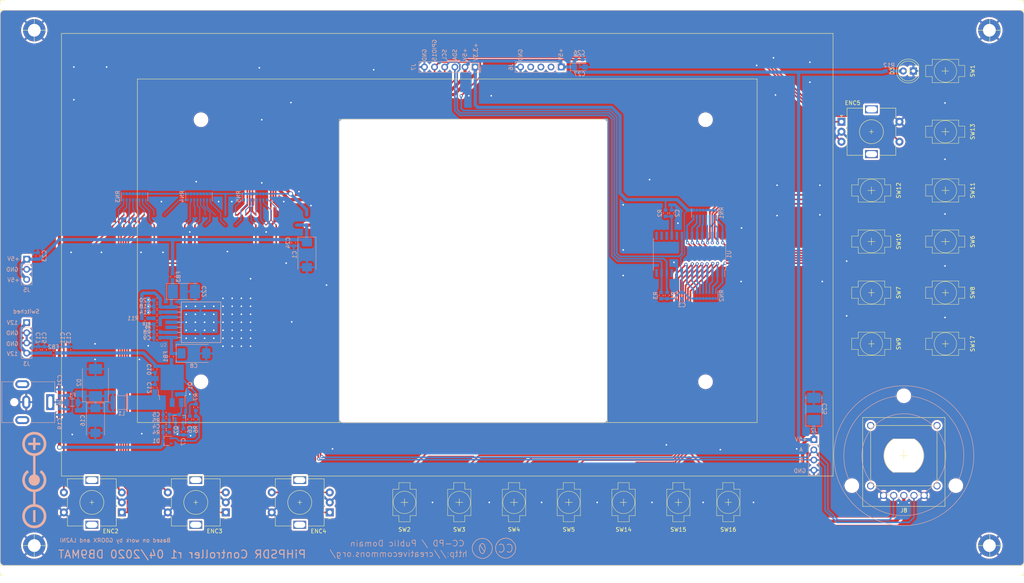
<source format=kicad_pcb>
(kicad_pcb (version 20221018) (generator pcbnew)
  (layers (0 "F.Cu" signal) (31 "B.Cu" signal) (34 "B.Paste" user) (35 "F.Paste" user) (36 "B.SilkS" user "B.Silkscreen") (37 "F.SilkS" user "F.Silkscreen") (38 "B.Mask" user) (39 "F.Mask" user) (44 "Edge.Cuts" user))
  (net 0 "")
  (net 1 "+5V")
  (net 2 "GND")
  (net 3 "Net-(C2-Pad1)")
  (net 4 "+3V3")
  (net 5 "Net-(C4-Pad2)")
  (net 6 "Net-(C4-Pad1)")
  (net 7 "Net-(C12-Pad1)")
  (net 8 "Net-(C6-Pad2)")
  (net 9 "+12V")
  (net 10 "Net-(C8-Pad1)")
  (net 11 "Net-(C14-Pad1)")
  (net 12 "Net-(C15-Pad1)")
  (net 13 "Net-(C16-Pad1)")
  (net 14 "Net-(C18-Pad1)")
  (net 15 "Net-(C19-Pad1)")
  (net 16 "Net-(D1-Pad1)")
  (net 17 "Net-(D1-Pad2)")
  (net 18 "Net-(D3-Pad2)")
  (net 19 "GPIO20")
  (net 20 "GPIO26")
  (net 21 "GPIO22")
  (net 22 "GPIO27")
  (net 23 "GPIO21")
  (net 24 "GPIO4")
  (net 25 "GPIO16")
  (net 26 "GPIO19")
  (net 27 "GPIO23")
  (net 28 "GPIO24")
  (net 29 "GPIO8")
  (net 30 "GPIO25")
  (net 31 "GPIO13")
  (net 32 "GPIO6")
  (net 33 "GPIO12")
  (net 34 "GPIO7")
  (net 35 "GPIO9")
  (net 36 "GPIO10")
  (net 37 "GPIO18")
  (net 38 "GPIO17")
  (net 39 "GPIO15")
  (net 40 "GPIO14")
  (net 41 "/Raspberry Pi/GPIO3")
  (net 42 "/Raspberry Pi/GPIO2")
  (net 43 "GPIO11")
  (net 44 "GPIO5")
  (net 45 "Net-(J6-Pad2)")
  (net 46 "Net-(J6-Pad3)")
  (net 47 "Net-(J6-Pad4)")
  (net 48 "Net-(R8-Pad2)")
  (net 49 "Net-(R10-Pad1)")
  (net 50 "Net-(R10-Pad2)")
  (net 51 "GPA2")
  (net 52 "GPA3")
  (net 53 "GPA1")
  (net 54 "GPA4")
  (net 55 "GPA5")
  (net 56 "GPA6")
  (net 57 "GPA0")
  (net 58 "GPA7")
  (net 59 "GPB2")
  (net 60 "GPB3")
  (net 61 "GPB1")
  (net 62 "GPB4")
  (net 63 "GPB5")
  (net 64 "GPB6")
  (net 65 "GPB0")
  (net 66 "GPB7")
  (net 67 "Net-(U1-Pad11)")
  (net 68 "Net-(U1-Pad14)")
  (net 69 "Net-(U1-Pad15)")
  (net 70 "Net-(U1-Pad16)")
  (net 71 "Net-(U1-Pad17)")
  (net 72 "Net-(U1-Pad19)")
  (net 73 "Net-(U2-Pad3)")
  (footprint "db9mat:TL3301AF160QG" (layer "F.Cu") (at 252.8 106.9)
    (fp_text reference "SW17")
    (fp_text value "SW_Push")
  )
  (footprint "db9mat:TL3301AF160QG" (layer "F.Cu") (at 252.8 68.5)
    (fp_text reference "SW11")
    (fp_text value "SW_Push")
  )
  (footprint "db9mat:TL3301AF160QG" (layer "F.Cu") (at 252.8 94.1)
    (fp_text reference "SW8")
    (fp_text value "SW_Push")
  )
  (footprint "db9mat:TL3301AF160QG" (layer "F.Cu") (at 234.3 94.1)
    (fp_text reference "SW7")
    (fp_text value "SW_Push")
  )
  (footprint "db9mat:TL3301AF160QG" (layer "F.Cu") (at 252.8 38.6)
    (fp_text reference "SW1")
    (fp_text value "ON_OFF")
  )
  (footprint "db9mat:TL3301AF160QG" (layer "F.Cu") (at 234.3 81.3)
    (fp_text reference "SW10")
    (fp_text value "SW_Push")
  )
  (footprint "db9mat:TL3301AF160QG" (layer "F.Cu") (at 252.8 53.8)
    (fp_text reference "SW13")
    (fp_text value "SW_Push")
  )
  (footprint "db9mat:TL3301AF160QG" (layer "F.Cu") (at 198.5 146.6 -90)
    (fp_text reference "SW16")
    (fp_text value "SW_Push")
  )
  (footprint "db9mat:TL3301AF160QG" (layer "F.Cu") (at 234.3 68.5)
    (fp_text reference "SW12")
    (fp_text value "SW_Push")
  )
  (footprint "db9mat:TL3301AF160QG" (layer "F.Cu") (at 234.3 106.9)
    (fp_text reference "SW9")
    (fp_text value "SW_Push")
  )
  (footprint "LED_THT:LED_D5.0mm" (layer "F.Cu") (at 243.5 38.6 180)
    (fp_text reference "D3")
    (fp_text value "Green")
  )
  (footprint "db9mat:RotaryEncoder_Alps_EC11E-Switch_Vertical_H20mm" (layer "F.Cu") (at 234.3 53.8)
    (fp_text reference "ENC5")
    (fp_text value "Rotary_Encoder_Switch")
  )
  (footprint "db9mat:TL3301AF160QG" (layer "F.Cu") (at 186 146.6 -90)
    (fp_text reference "SW15")
    (fp_text value "SW_Push")
  )
  (footprint "db9mat:TL3301AF160QG" (layer "F.Cu") (at 252.8 81.3)
    (fp_text reference "SW6")
    (fp_text value "SW_Push")
  )
  (footprint "db9mat:TL3301AF160QG" (layer "F.Cu") (at 144.9 146.6 -90)
    (fp_text reference "SW4")
    (fp_text value "SW_Push")
  )
  (footprint "db9mat:TL3301AF160QG" (layer "F.Cu") (at 117.5 146.6 -90)
    (fp_text reference "SW2")
    (fp_text value "SW_Push")
  )
  (footprint "db9mat:TL3301AF160QG" (layer "F.Cu") (at 172.3 146.6 -90)
    (fp_text reference "SW14")
    (fp_text value "SW_Push")
  )
  (footprint "db9mat:TL3301AF160QG" (layer "F.Cu") (at 158.6 146.6 -90)
    (fp_text reference "SW5")
    (fp_text value "SW_Push")
  )
  (footprint "db9mat:TL3301AF160QG" (layer "F.Cu") (at 131.2 146.6 -90)
    (fp_text reference "SW3")
    (fp_text value "SW_Push")
  )
  (footprint "db9mat:RotaryEncoder_Alps_EC11E-Switch_Vertical_H20mm" (layer "F.Cu") (at 39.3 146.6 180)
    (fp_text reference "ENC2")
    (fp_text value "Rotary_Encoder_Switch")
  )
  (footprint "db9mat:RotaryEncoder_Alps_EC11E-Switch_Vertical_H20mm" (layer "F.Cu") (at 91.3 146.6 180)
    (fp_text reference "ENC4")
    (fp_text value "Rotary_Encoder_Switch")
  )
  (footprint "db9mat:RotaryEncoder_Alps_EC11E-Switch_Vertical_H20mm" (layer "F.Cu") (at 65.3 146.6 180)
    (fp_text reference "ENC3")
    (fp_text value "Rotary_Encoder_Switch")
  )
  (footprint "MountingHole:MountingHole_3.2mm_M3_DIN965_Pad" (layer "F.Cu") (at 24.9 157.4)
    (fp_text reference " " hide)
    (fp_text value " " hide)
  )
  (footprint "MountingHole:MountingHole_3.2mm_M3_DIN965_Pad" (layer "F.Cu") (at 24.9 28.4)
    (fp_text reference " " hide)
    (fp_text value " " hide)
  )
  (footprint "MountingHole:MountingHole_3.2mm_M3_DIN965_Pad" (layer "F.Cu") (at 263.8 157.4)
    (fp_text reference " " hide)
    (fp_text value " " hide)
  )
  (footprint "MountingHole:MountingHole_3.2mm_M3_DIN965_Pad" (layer "F.Cu") (at 263.8 28.4)
    (fp_text reference " " hide)
    (fp_text value " " hide)
  )
  (footprint "db9mat:HRPG-AXXX" (layer "F.Cu") (at 242.4 134.9)
    (fp_text reference "J8")
    (fp_text value "ENC1a")
    (fp_line (start -2.600001 4.179998) (end 2.599999 4.179998) (stroke (width 0.12)) (layer "Edge.Cuts"))
    (fp_line (start -2.6 -4.2) (end 2.6 -4.2) (stroke (width 0.12)) (layer "Edge.Cuts"))
    (fp_arc (start -2.600001 4.179998) (mid -4.97915 -0.010001) (end -2.6 -4.2) (stroke (width 0.12)) (layer "Edge.Cuts"))
    (fp_arc (start 2.6 -4.2) (mid 4.979149 -0.010001) (end 2.599999 4.179998) (stroke (width 0.12)) (layer "Edge.Cuts"))
  )
  (footprint "Capacitor_SMD:C_0603_1608Metric" (layer "B.Cu") (at 184.3 74.2 90)
    (fp_text reference "C2")
    (fp_text value "1n")
  )
  (footprint "Capacitor_SMD:C_0603_1608Metric" (layer "B.Cu") (at 186.9 94.8 -90)
    (fp_text reference "C3")
    (fp_text value "10u")
  )
  (footprint "Capacitor_SMD:C_0603_1608Metric" (layer "B.Cu") (at 57.9 127.6 180)
    (fp_text reference "C4")
    (fp_text value "1u")
  )
  (footprint "Capacitor_SMD:C_0603_1608Metric" (layer "B.Cu") (at 57.9 124.6)
    (fp_text reference "C5")
    (fp_text value "100n")
  )
  (footprint "Capacitor_SMD:C_0603_1608Metric" (layer "B.Cu") (at 63.8 125.8 -90)
    (fp_text reference "C6")
    (fp_text value "100n")
  )
  (footprint "Capacitor_SMD:C_0603_1608Metric" (layer "B.Cu") (at 62.2 128.9 -90)
    (fp_text reference "C7")
    (fp_text value "100n")
  )
  (footprint "Capacitor_SMD:C_0603_1608Metric" (layer "B.Cu") (at 55.1 113.3 -90)
    (fp_text reference "C10")
    (fp_text value "10u")
  )
  (footprint "Capacitor_Tantalum_SMD:CP_EIA-7343-31_Kemet-D" (layer "B.Cu") (at 40.2 126.1 -90)
    (fp_text reference "C16")
    (fp_text value "22u/35V")
  )
  (footprint "Capacitor_SMD:C_0603_1608Metric" (layer "B.Cu") (at 31.3 123.9 -90)
    (fp_text reference "C19")
    (fp_text value "100n")
  )
  (footprint "Capacitor_SMD:C_0603_1608Metric" (layer "B.Cu") (at 31.3 119.1 90)
    (fp_text reference "C21")
    (fp_text value "10u")
  )
  (footprint "Capacitor_Tantalum_SMD:CP_EIA-3216-18_Kemet-A" (layer "B.Cu") (at 161.3 37.6)
    (fp_text reference "C27")
    (fp_text value "100u/6.3V")
  )
  (footprint "Package_TO_SOT_SMD:SOT-323_SC-70" (layer "B.Cu") (at 58.1 131.2 180)
    (fp_text reference "D1")
    (fp_text value "BAS16J")
  )
  (footprint "Diode_SMD:D_SMC" (layer "B.Cu") (at 40.2 116.6 90)
    (fp_text reference "D2")
    (fp_text value "SK54")
  )
  (footprint "Fuse:Fuse_1206_3216Metric" (layer "B.Cu") (at 34.4 121.6 180)
    (fp_text reference "F1")
    (fp_text value "5A")
  )
  (footprint "Connector_PinHeader_2.54mm:PinHeader_1x04_P2.54mm_Vertical" (layer "B.Cu") (at 219.9 130.9 180)
    (fp_text reference "J2")
    (fp_text value "ENC1")
  )
  (footprint "Connector_BarrelJack:BarrelJack_CUI_PJ-063AH_Horizontal" (layer "B.Cu") (at 28.9 121.5 90)
    (fp_text reference "J4")
    (fp_text value "12V_IN")
  )
  (footprint "Connector_PinHeader_2.54mm:PinHeader_1x05_P2.54mm_Vertical" (layer "B.Cu") (at 156.7 37.6 90)
    (fp_text reference "J6")
    (fp_text value "TO_DISPLAY")
  )
  (footprint "Connector_PinHeader_2.54mm:PinHeader_1x06_P2.54mm_Vertical" (layer "B.Cu") (at 135.18 37.6 90)
    (fp_text reference "J7")
    (fp_text value "Conn_01x06")
  )
  (footprint "Inductor_SMD:L_1812_4532Metric" (layer "B.Cu") (at 46.7 121.6 180)
    (fp_text reference "L1")
    (fp_text value "74279226101")
  )
  (footprint "Package_TO_SOT_SMD:TO-252-3_TabPin2" (layer "B.Cu") (at 59.4 117.4 90)
    (fp_text reference "Q1")
    (fp_text value "FDD6685")
  )
  (footprint "Package_TO_SOT_SMD:SOT-23" (layer "B.Cu") (at 61.2 125.6 90)
    (fp_text reference "Q2")
    (fp_text value "2N7002K")
  )
  (footprint "Resistor_SMD:R_0603_1608Metric" (layer "B.Cu") (at 183.2 94.8 -90)
    (fp_text reference "R1")
    (fp_text value "10k")
  )
  (footprint "Resistor_SMD:R_0603_1608Metric" (layer "B.Cu") (at 182.8 74.2 -90)
    (fp_text reference "R2")
    (fp_text value "100k")
  )
  (footprint "Resistor_SMD:R_0603_1608Metric" (layer "B.Cu") (at 181.7 94.8 90)
    (fp_text reference "R3")
    (fp_text value "10k")
  )
  (footprint "Resistor_SMD:R_0603_1608Metric" (layer "B.Cu") (at 57.9 129.1 180)
    (fp_text reference "R4")
    (fp_text value "10k")
  )
  (footprint "Resistor_SMD:R_0603_1608Metric" (layer "B.Cu") (at 57.9 126.1)
    (fp_text reference "R5")
    (fp_text value "100k")
  )
  (footprint "Resistor_SMD:R_0603_1608Metric" (layer "B.Cu") (at 65.3 125.8 -90)
    (fp_text reference "R6")
    (fp_text value "180k")
  )
  (footprint "Resistor_SMD:R_0603_1608Metric" (layer "B.Cu") (at 65.3 122.8 -90)
    (fp_text reference "R7")
    (fp_text value "100k")
  )
  (footprint "db9mat:R_Cat16-8" (layer "B.Cu") (at 192.6 74.2 -90)
    (fp_text reference "RN1")
    (fp_text value "10k")
  )
  (footprint "db9mat:R_Cat16-8" (layer "B.Cu") (at 50 70.1 -90)
    (fp_text reference "RN3")
    (fp_text value "10k")
  )
  (footprint "db9mat:R_Cat16-8" (layer "B.Cu") (at 66.1 70.1 -90)
    (fp_text reference "RN4")
    (fp_text value "10k")
  )
  (footprint "db9mat:R_Cat16-8" (layer "B.Cu") (at 80.2 70.1 -90)
    (fp_text reference "RN5")
    (fp_text value "10k")
  )
  (footprint "Package_SO:SOIC-28W_7.5x17.9mm_P1.27mm" (layer "B.Cu") (at 188.8 84.5 90)
    (fp_text reference "U1")
    (fp_text value "MCP23017_SO")
  )
  (footprint "db9mat:R_Cat16-8" (layer "B.Cu") (at 192.6 94.8 90)
    (fp_text reference "RN2")
    (fp_text value "10k")
  )
  (footprint "Capacitor_Tantalum_SMD:CP_EIA-7343-31_Kemet-D" (layer "B.Cu") (at 93.1 84.6 -90)
    (fp_text reference "C1")
    (fp_text value "220u/10V")
  )
  (footprint "db9mat:LPD3806" (layer "B.Cu") (at 242.4 134.9 90)
    (fp_text reference "REF**" hide)
    (fp_text value "LPD3806")
  )
  (footprint "Capacitor_SMD:C_0603_1608Metric" (layer "B.Cu") (at 161.2125 35.7)
    (fp_text reference "C26")
    (fp_text value "10u")
  )
  (footprint "db9mat:7TO-PMOD" (layer "B.Cu") (at 59.2 101.5 90)
    (fp_text reference "U2")
    (fp_text value "LMZ22005" hide)
  )
  (footprint "Resistor_SMD:R_0603_1608Metric" (layer "B.Cu") (at 55.6 103.9)
    (fp_text reference "R8")
    (fp_text value "1k5")
  )
  (footprint "Resistor_SMD:R_0603_1608Metric" (layer "B.Cu") (at 52.6 100.5 180)
    (fp_text reference "R11")
    (fp_text value "47")
  )
  (footprint "Resistor_SMD:R_0603_1608Metric" (layer "B.Cu") (at 238.7 38.6 180)
    (fp_text reference "R12")
    (fp_text value "1k5")
  )
  (footprint "Resistor_SMD:R_0603_1608Metric" (layer "B.Cu") (at 55.6 100.5 180)
    (fp_text reference "R10")
    (fp_text value "3k3")
  )
  (footprint "Capacitor_Tantalum_SMD:CP_EIA-7343-43_Kemet-X" (layer "B.Cu") (at 64.8 109.3)
    (fp_text reference "C8")
    (fp_text value "47u/35V")
  )
  (footprint "Capacitor_SMD:C_0603_1608Metric" (layer "B.Cu") (at 32 108.4 90)
    (fp_text reference "C11")
    (fp_text value "100n")
  )
  (footprint "Capacitor_SMD:C_0603_1608Metric" (layer "B.Cu") (at 55.6 105.4 180)
    (fp_text reference "C9")
    (fp_text value "100n")
  )
  (footprint "Capacitor_SMD:C_0603_1608Metric" (layer "B.Cu") (at 55.1 117.9 90)
    (fp_text reference "C12")
    (fp_text value "10u")
  )
  (footprint "Inductor_SMD:L_0603_1608Metric" (layer "B.Cu") (at 29.7 109.2)
    (fp_text reference "FB2")
    (fp_text value "TBD")
  )
  (footprint "Inductor_SMD:L_0603_1608Metric" (layer "B.Cu") (at 59.5 90.1 90)
    (fp_text reference "FB3")
    (fp_text value "TBD")
  )
  (footprint "Connector_PinHeader_2.54mm:PinHeader_1x04_P2.54mm_Vertical" (layer "B.Cu") (at 23 101.6 180)
    (fp_text reference "J3")
    (fp_text value "12V_SWITCHED")
  )
  (footprint "Connector_PinHeader_2.54mm:PinHeader_1x03_P2.54mm_Vertical" (layer "B.Cu") (at 23 85.7 180)
    (fp_text reference "J5")
    (fp_text value "5V/3A")
  )
  (footprint "Capacitor_SMD:C_0603_1608Metric" (layer "B.Cu") (at 55.6 99 180)
    (fp_text reference "C14")
    (fp_text value "100n")
  )
  (footprint "Capacitor_SMD:C_0603_1608Metric" (layer "B.Cu") (at 27.4 108.4 90)
    (fp_text reference "C15")
    (fp_text value "100n")
  )
  (footprint "Inductor_SMD:L_0603_1608Metric" (layer "B.Cu") (at 59.2 110.1 -90)
    (fp_text reference "FB1")
    (fp_text value "TBD")
  )
  (footprint "Capacitor_Tantalum_SMD:CP_EIA-7132-28_AVX-C" (layer "B.Cu") (at 219.9 123.2 90)
    (fp_text reference "C25")
    (fp_text value "100u/10V")
  )
  (footprint "Capacitor_SMD:C_0603_1608Metric" (layer "B.Cu") (at 55.6 97.5 180)
    (fp_text reference "C18")
    (fp_text value "100n")
  )
  (footprint "Capacitor_SMD:C_0603_1608Metric" (layer "B.Cu") (at 55.6 96 180)
    (fp_text reference "C20")
    (fp_text value "10u")
  )
  (footprint "Capacitor_SMD:C_0603_1608Metric" (layer "B.Cu") (at 89.8 81.6 -90)
    (fp_text reference "C24")
    (fp_text value "10u")
  )
  (footprint "Capacitor_SMD:C_0603_1608Metric" (layer "B.Cu") (at 25.8 84.9 90)
    (fp_text reference "C23")
    (fp_text value "100n")
  )
  (footprint "Capacitor_SMD:C_0603_1608Metric" (layer "B.Cu") (at 25.9 108.4 90)
    (fp_text reference "C17")
    (fp_text value "1u")
  )
  (footprint "Capacitor_Tantalum_SMD:CP_EIA-7132-28_AVX-C" (layer "B.Cu") (at 62.3 93.8)
    (fp_text reference "C22")
    (fp_text value "100u/10V")
  )
  (footprint "db9mat:Pi-Display" (layer "B.Cu") (at 224.7 140 180)
    (fp_text reference "REF**" hide)
    (fp_text value "Pi-Display")
  )
  (footprint "Capacitor_SMD:C_0603_1608Metric" (layer "B.Cu") (at 33.5 108.4 90)
    (fp_text reference "C13")
    (fp_text value "1u")
  )
  (footprint "Resistor_SMD:R_0603_1608Metric" (layer "B.Cu") (at 55.6 102)
    (fp_text reference "R9")
    (fp_text value "620")
  )
  (footprint "Symbol:Polarity_Center_Positive_6mm_SilkScreen" (layer "B.Cu") (at 24.9 141 90)
    (fp_text reference "REF**" hide)
    (fp_text value "Polarity_Center_Positive_6mm_SilkScreen" hide)
  )
  (footprint "Symbol:Symbol_CreativeCommonsPublicDomain_SilkScreenTop_Small" (layer "B.Cu") (at 123.2 158 180)
    (fp_text reference "REF**" hide)
    (fp_text value "Symbol_CreativeCommonsPublicDomain_SilkScreenTop_Small")
  )
  (gr_line (start 16.4 23.4) (end 16.4 162.4) (stroke (width 0.12)) (layer "F.SilkS"))
  (gr_line (start 272.4 162.4) (end 272.4 23.4) (stroke (width 0.12)) (layer "F.SilkS"))
  (gr_line (start 272.4 162.4) (end 16.4 162.4) (stroke (width 0.12)) (layer "F.SilkS"))
  (gr_line (start 252 94.1) (end 253.6 94.1) (stroke (width 0.12)) (layer "F.SilkS"))
  (gr_line (start 173.1 146.6) (end 171.4 146.6) (stroke (width 0.12)) (layer "F.SilkS"))
  (gr_line (start 233.4 68.5) (end 235.2 68.5) (stroke (width 0.12)) (layer "F.SilkS"))
  (gr_line (start 197.7 146.6) (end 199.3 146.6) (stroke (width 0.12)) (layer "F.SilkS"))
  (gr_line (start 192.8 52.5) (end 192.8 49) (stroke (width 0.12)) (layer "F.SilkS"))
  (gr_line (start 64.9 116.4) (end 68.2 116.4) (stroke (width 0.12)) (layer "F.SilkS"))
  (gr_line (start 27.9 157.4) (end 21.9 157.4) (stroke (width 0.12)) (layer "F.SilkS"))
  (gr_line (start 117.5 145.7) (end 117.5 147.5) (stroke (width 0.12)) (layer "F.SilkS"))
  (gr_line (start 158.6 145.7) (end 158.6 147.4) (stroke (width 0.12)) (layer "F.SilkS"))
  (gr_line (start 145.8 146.6) (end 144 146.6) (stroke (width 0.12)) (layer "F.SilkS"))
  (gr_line (start 252.8 37.7) (end 252.8 39.4) (stroke (width 0.12)) (layer "F.SilkS"))
  (gr_line (start 66.55 52.55) (end 66.55 49.2) (stroke (width 0.12)) (layer "F.SilkS"))
  (gr_line (start 253.7 68.5) (end 251.9 68.5) (stroke (width 0.12)) (layer "F.SilkS"))
  (gr_line (start 68.2 116.4) (end 68.3 116.4) (stroke (width 0.12)) (layer "F.SilkS"))
  (gr_line (start 64.9 50.8) (end 68.3 50.8) (stroke (width 0.12)) (layer "F.SilkS"))
  (gr_line (start 272.4 20.9) (end 272.4 21.65) (stroke (width 0.12)) (layer "F.SilkS"))
  (gr_line (start 144.9 145.7) (end 144.9 147.5) (stroke (width 0.12)) (layer "F.SilkS"))
  (gr_line (start 132.1 146.6) (end 130.3 146.6) (stroke (width 0.12)) (layer "F.SilkS"))
  (gr_line (start 186.9 146.6) (end 185.2 146.6) (stroke (width 0.12)) (layer "F.SilkS"))
  (gr_line (start 242.4 135.9) (end 242.4 133.4) (stroke (width 0.12)) (layer "F.SilkS"))
  (gr_line (start 253.7 53.8) (end 251.9 53.8) (stroke (width 0.12)) (layer "F.SilkS"))
  (gr_line (start 243.4 134.9) (end 241.4 134.9) (stroke (width 0.12)) (layer "F.SilkS"))
  (gr_line (start 271.65 20.9) (end 272.4 20.9) (stroke (width 0.12)) (layer "F.SilkS"))
  (gr_line (start 27.9 28.4) (end 21.9 28.4) (stroke (width 0.12)) (layer "F.SilkS"))
  (gr_line (start 252.8 80.5) (end 252.8 82.1) (stroke (width 0.12)) (layer "F.SilkS"))
  (gr_line (start 16.4 20.9) (end 16.4 21.9) (stroke (width 0.12)) (layer "F.SilkS"))
  (gr_line (start 252.8 52.9) (end 252.8 54.7) (stroke (width 0.12)) (layer "F.SilkS"))
  (gr_line (start 66.65 118.25) (end 66.65 114.8) (stroke (width 0.12)) (layer "F.SilkS"))
  (gr_line (start 24.9 31.4) (end 24.9 25.4) (stroke (width 0.12)) (layer "F.SilkS"))
  (gr_line (start 252 106.9) (end 253.6 106.9) (stroke (width 0.12)) (layer "F.SilkS"))
  (gr_line (start 252.8 94.9) (end 252.8 93.3) (stroke (width 0.12)) (layer "F.SilkS"))
  (gr_line (start 272.4 164.15) (end 272.4 164.9) (stroke (width 0.12)) (layer "F.SilkS"))
  (gr_line (start 252.8 106.1) (end 252.8 107.7) (stroke (width 0.12)) (layer "F.SilkS"))
  (gr_line (start 272.4 164.9) (end 271.65 164.9) (stroke (width 0.12)) (layer "F.SilkS"))
  (gr_line (start 16.4 164.9) (end 17.15 164.9) (stroke (width 0.12)) (layer "F.SilkS"))
  (gr_line (start 191.4 116.4) (end 193.9 116.4) (stroke (width 0.12)) (layer "F.SilkS"))
  (gr_line (start 233.4 81.3) (end 235.2 81.3) (stroke (width 0.12)) (layer "F.SilkS"))
  (gr_line (start 233.6 106.9) (end 235 106.9) (stroke (width 0.12)) (layer "F.SilkS"))
  (gr_line (start 244.5 38.6) (end 242.4 38.6) (stroke (width 0.12)) (layer "F.SilkS"))
  (gr_line (start 263.9 31.4) (end 263.9 25.4) (stroke (width 0.12)) (layer "F.SilkS"))
  (gr_line (start 234.3 93.2) (end 234.3 95) (stroke (width 0.12)) (layer "F.SilkS"))
  (gr_line (start 272.4 23.4) (end 16.4 23.4) (stroke (width 0.12)) (layer "F.SilkS"))
  (gr_arc (start 244.943731 130.725294) (mid 247.337288 134.92526) (end 244.899999 139.099999) (stroke (width 0.12)) (layer "F.SilkS"))
  (gr_line (start 24.9 160.4) (end 24.9 154.4) (stroke (width 0.12)) (layer "F.SilkS"))
  (gr_line (start 266.9 28.4) (end 260.9 28.4) (stroke (width 0.12)) (layer "F.SilkS"))
  (gr_line (start 66.55 52.6) (end 66.55 52.55) (stroke (width 0.12)) (layer "F.SilkS"))
  (gr_line (start 172.3 145.7) (end 172.3 147.5) (stroke (width 0.12)) (layer "F.SilkS"))
  (gr_arc (start 239.880164 139.133324) (mid 237.473585 134.932224) (end 239.825001 130.700001) (stroke (width 0.12)) (layer "F.SilkS"))
  (gr_line (start 17.4 20.9) (end 16.4 20.9) (stroke (width 0.12)) (layer "F.SilkS"))
  (gr_line (start 186 145.7) (end 186 147.5) (stroke (width 0.12)) (layer "F.SilkS"))
  (gr_line (start 192.8 118) (end 192.8 114.9) (stroke (width 0.12)) (layer "F.SilkS"))
  (gr_line (start 191.2 50.8) (end 194.4 50.8) (stroke (width 0.12)) (layer "F.SilkS"))
  (gr_line (start 239.825 130.7) (end 244.975 130.7) (stroke (width 0.12)) (layer "F.SilkS"))
  (gr_line (start 234.3 80.4) (end 234.3 82.2) (stroke (width 0.12)) (layer "F.SilkS"))
  (gr_line (start 251.9 38.6) (end 253.6 38.6) (stroke (width 0.12)) (layer "F.SilkS"))
  (gr_line (start 234.3 67.6) (end 234.3 69.4) (stroke (width 0.12)) (layer "F.SilkS"))
  (gr_line (start 253.8 81.3) (end 251.8 81.3) (stroke (width 0.12)) (layer "F.SilkS"))
  (gr_line (start 159.5 146.6) (end 157.7 146.6) (stroke (width 0.12)) (layer "F.SilkS"))
  (gr_line (start 233.6 94.1) (end 235 94.1) (stroke (width 0.12)) (layer "F.SilkS"))
  (gr_line (start 243.5 39.7) (end 243.5 37.5) (stroke (width 0.12)) (layer "F.SilkS"))
  (gr_line (start 16.4 164.15) (end 16.4 164.9) (stroke (width 0.12)) (layer "F.SilkS"))
  (gr_line (start 198.5 147.4) (end 198.5 145.7) (stroke (width 0.12)) (layer "F.SilkS"))
  (gr_line (start 252.8 67.6) (end 252.8 69.4) (stroke (width 0.12)) (layer "F.SilkS"))
  (gr_line (start 239.8 139.075) (end 244.975 139.075) (stroke (width 0.12)) (layer "F.SilkS"))
  (gr_line (start 234.3 106) (end 234.3 107.7) (stroke (width 0.12)) (layer "F.SilkS"))
  (gr_line (start 263.9 154.4) (end 263.9 160.4) (stroke (width 0.12)) (layer "F.SilkS"))
  (gr_line (start 131.2 145.7) (end 131.2 147.4) (stroke (width 0.12)) (layer "F.SilkS"))
  (gr_line (start 260.9 157.4) (end 266.9 157.4) (stroke (width 0.12)) (layer "F.SilkS"))
  (gr_line (start 118.4 146.6) (end 116.6 146.6) (stroke (width 0.12)) (layer "F.SilkS"))
  (gr_line (start 16.4 24.4) (end 16.4 161.4) (stroke (width 0.15)) (layer "Edge.Cuts"))
  (gr_line (start 101.2 125.6) (end 101.2 51.7) (stroke (width 0.15)) (layer "Edge.Cuts"))
  (gr_line (start 271.4 23.4) (end 17.4 23.4) (stroke (width 0.15)) (layer "Edge.Cuts"))
  (gr_arc (start 272.4 161.4) (mid 272.107107 162.107107) (end 271.4 162.4) (stroke (width 0.15)) (layer "Edge.Cuts"))
  (gr_arc (start 271.4 23.4) (mid 272.107107 23.692893) (end 272.4 24.4) (stroke (width 0.15)) (layer "Edge.Cuts"))
  (gr_arc (start 16.4 24.4) (mid 16.692893 23.692893) (end 17.4 23.4) (stroke (width 0.15)) (layer "Edge.Cuts"))
  (gr_arc (start 101.2 51.7) (mid 101.492893 50.992893) (end 102.2 50.7) (stroke (width 0.15)) (layer "Edge.Cuts"))
  (gr_arc (start 167.2 50.7) (mid 167.907107 50.992893) (end 168.2 51.7) (stroke (width 0.15)) (layer "Edge.Cuts"))
  (gr_arc (start 168.2 125.6) (mid 167.907107 126.307107) (end 167.2 126.6) (stroke (width 0.15)) (layer "Edge.Cuts"))
  (gr_arc (start 102.2 126.6) (mid 101.492893 126.307107) (end 101.2 125.6) (stroke (width 0.15)) (layer "Edge.Cuts"))
  (gr_line (start 17.4 162.4) (end 271.4 162.4) (stroke (width 0.15)) (layer "Edge.Cuts"))
  (gr_line (start 167.2 126.6) (end 102.2 126.6) (stroke (width 0.15)) (layer "Edge.Cuts"))
  (gr_line (start 102.2 50.7) (end 167.2 50.7) (stroke (width 0.15)) (layer "Edge.Cuts"))
  (gr_line (start 168.2 51.7) (end 168.2 125.6) (stroke (width 0.15)) (layer "Edge.Cuts"))
  (gr_line (start 272.4 161.4) (end 272.4 24.4) (stroke (width 0.15)) (layer "Edge.Cuts"))
  (gr_arc (start 17.4 162.4) (mid 16.692893 162.107107) (end 16.4 161.4) (stroke (width 0.15)) (layer "Edge.Cuts"))
  (gr_text "GND" (at 146.5 34.6 90) (layer "B.SilkS") (effects (font (size 1 1)) (justify mirror)))
  (gr_text "+5V" (at 156.6 34.4 90) (layer "B.SilkS") (effects (font (size 1 1)) (justify mirror)))
  (gr_text "+5V" (at 19.7 90.9) (layer "B.SilkS") (effects (font (size 1 1)) (justify mirror)))
  (gr_text "GND" (at 19.4 104.2) (layer "B.SilkS") (effects (font (size 1 1)) (justify mirror)))
  (gr_text "GND" (at 19.4 106.9) (layer "B.SilkS") (effects (font (size 1 1)) (justify mirror)))
  (gr_text "12V" (at 19.4 101.6) (layer "B.SilkS") (effects (font (size 1 1)) (justify mirror)))
  (gr_text "12V" (at 19.4 109.4) (layer "B.SilkS") (effects (font (size 1 1)) (justify mirror)))
  (gr_text "GND" (at 216.4 138.7) (layer "B.SilkS") (effects (font (size 1 1)) (justify mirror)))
  (gr_text "+5V" (at 216.7 130.8) (layer "B.SilkS") (effects (font (size 1 1)) (justify mirror)))
  (gr_text "A" (at 216.7 133.4) (layer "B.SilkS") (effects (font (size 1 1)) (justify mirror)))
  (gr_text "B" (at 216.7 136) (layer "B.SilkS") (effects (font (size 1 1)) (justify mirror)))
  (gr_text "Based on work by G0ORX and LA2NI" (at 59.1 156.1) (layer "B.SilkS") (effects (font (size 1 1)) (justify left mirror)))
  (gr_text "PiHPSDR Controller r1 04/2020 DB9MAT\n" (at 93.05 159.6) (layer "B.SilkS") (effects (font (size 2 2) (thickness 0.25)) (justify left mirror)))
  (gr_text "+3.3V" (at 135.3 33.8 90) (layer "B.SilkS") (effects (font (size 1 1)) (justify mirror)))
  (gr_text "Switched" (at 22.9 98.8) (layer "B.SilkS") (effects (font (size 1 1)) (justify mirror)))
  (gr_text "GPIO15" (at 125 33.4 90) (layer "B.SilkS") (effects (font (size 1 1)) (justify mirror)))
  (gr_text "GND" (at 19.4 88.3) (layer "B.SilkS") (effects (font (size 1 1)) (justify mirror)))
  (gr_text "+5V" (at 19.7 85.6) (layer "B.SilkS") (effects (font (size 1 1)) (justify mirror)))
  (gr_text "SDA" (at 130.1 34.5 90) (layer "B.SilkS") (effects (font (size 1 1)) (justify mirror)))
  (gr_text "GND" (at 122.5 34.6 90) (layer "B.SilkS") (effects (font (size 1 1)) (justify mirror)))
  (gr_text "+5V" (at 132.6 34.4 90) (layer "B.SilkS") (effects (font (size 1 1)) (justify mirror)))
  (gr_text "SCL" (at 127.5 34.5 90) (layer "B.SilkS") (effects (font (size 1 1)) (justify mirror)))
  (segment (start 86.070032 68.270032) (end 88.6 70.8) (width 0.8) (layer "F.Cu") (net 1))
  (segment (start 240.5 151.3) (end 242.4 149.4) (width 0.8) (layer "F.Cu") (net 1))
  (segment (start 94.7 70.8) (end 95.9 72) (width 0.8) (layer "F.Cu") (net 1))
  (segment (start 88.831355 43.500031) (end 86.070032 46.261354) (width 0.8) (layer "F.Cu") (net 1))
  (segment (start 219.9 130.9) (end 218.25 130.9) (width 0.8) (layer "F.Cu") (net 1))
  (segment (start 129.099969 43.500031) (end 88.831355 43.500031) (width 0.8) (layer "F.Cu") (net 1))
  (segment (start 94.267436 77.17) (end 93.03 77.17) (width 0.8) (layer "F.Cu") (net 1))
  (segment (start 219.2 151.3) (end 240.5 151.3) (width 0.8) (layer "F.Cu") (net 1))
  (segment (start 242.4 149.4) (end 242.4 144.86) (width 0.8) (layer "F.Cu") (net 1))
  (segment (start 218.25 130.9) (end 217.1 132.05) (width 0.8) (layer "F.Cu") (net 1))
  (segment (start 217.1 149.2) (end 219.2 151.3) (width 0.8) (layer "F.Cu") (net 1))
  (segment (start 132.64 39.96) (end 129.099969 43.500031) (width 0.8) (layer "F.Cu") (net 1))
  (segment (start 95.9 72) (end 95.9 75.537436) (width 0.8) (layer "F.Cu") (net 1))
  (segment (start 95.9 75.537436) (end 94.267436 77.17) (width 0.8) (layer "F.Cu") (net 1))
  (segment (start 88.6 70.8) (end 94.7 70.8) (width 0.8) (layer "F.Cu") (net 1))
  (segment (start 217.1 132.05) (end 217.1 149.2) (width 0.8) (layer "F.Cu") (net 1))
  (segment (start 132.64 37.6) (end 132.64 39.96) (width 0.8) (layer "F.Cu") (net 1))
  (segment (start 86.070032 46.261354) (end 86.070032 68.270032) (width 0.8) (layer "F.Cu") (net 1))
  (segment (start 59.6125 80.8125) (end 59.5 80.925) (width 0.8) (layer "B.Cu") (net 1))
  (segment (start 90.49 77.17) (end 93.03 77.17) (width 0.8) (layer "B.Cu") (net 1))
  (segment (start 53.6875 80.8125) (end 59.6125 80.8125) (width 0.8) (layer "B.Cu") (net 1))
  (segment (start 93.03 81.4175) (end 93.1 81.4875) (width 0.8) (layer "B.Cu") (net 1))
  (segment (start 25.7875 85.7) (end 25.8 85.6875) (width 0.8) (layer "B.Cu") (net 1))
  (segment (start 216.9 130.9) (end 219.9 130.9) (width 0.8) (layer "B.Cu") (net 1))
  (segment (start 159.95 37.6) (end 159.95 38.275) (width 0.8) (layer "B.Cu") (net 1))
  (segment (start 92.425 80.8125) (end 93.1 81.4875) (width 0.8) (layer "B.Cu") (net 1))
  (segment (start 25.8 85.6875) (end 26.275 85.6875) (width 0.8) (layer "B.Cu") (net 1))
  (segment (start 237.475 38.6) (end 237.9125 38.6) (width 0.8) (layer "B.Cu") (net 1))
  (segment (start 216.07501 38.87501) (end 237.19999 38.87501) (width 0.8) (layer "B.Cu") (net 1))
  (segment (start 216.07501 130.07501) (end 216.9 130.9) (width 0.8) (layer "B.Cu") (net 1))
  (segment (start 21.549999 89.329999) (end 22.150001 89.930001) (width 0.8) (layer "B.Cu") (net 1))
  (segment (start 89.325 80.8125) (end 89.8 80.8125) (width 0.8) (layer "B.Cu") (net 1))
  (segment (start 59.5 80.925) (end 59.5 89.3125) (width 0.8) (layer "B.Cu") (net 1))
  (segment (start 59.6125 80.8125) (end 89.325 80.8125) (width 0.8) (layer "B.Cu") (net 1))
  (segment (start 132.64 37.6) (end 133.489999 36.750001) (width 0.8) (layer "B.Cu") (net 1))
  (segment (start 216.07501 38.87501) (end 216.07501 130.07501) (width 0.8) (layer "B.Cu") (net 1))
  (segment (start 21.549999 87.150001) (end 21.549999 89.329999) (width 0.8) (layer "B.Cu") (net 1))
  (segment (start 159.95 36.175) (end 160.425 35.7) (width 0.8) (layer "B.Cu") (net 1))
  (segment (start 160.55001 38.87501) (end 216.07501 38.87501) (width 0.8) (layer "B.Cu") (net 1))
  (segment (start 159.95 37.6) (end 159.95 36.175) (width 0.8) (layer "B.Cu") (net 1))
  (segment (start 133.489999 36.509999) (end 133.899998 36.1) (width 0.8) (layer "B.Cu") (net 1))
  (segment (start 156.6 37.5) (end 156.7 37.6) (width 0.8) (layer "B.Cu") (net 1))
  (segment (start 89.8 80.8125) (end 92.425 80.8125) (width 0.8) (layer "B.Cu") (net 1))
  (segment (start 219.9 125.975) (end 219.9 130.9) (width 0.8) (layer "B.Cu") (net 1))
  (segment (start 23 85.7) (end 21.549999 87.150001) (width 0.8) (layer "B.Cu") (net 1))
  (segment (start 156.6875 37.5875) (end 156.7 37.6) (width 0.8) (layer "B.Cu") (net 1))
  (segment (start 159.95 38.275) (end 160.55001 38.87501) (width 0.8) (layer "B.Cu") (net 1))
  (segment (start 156.6 36.1) (end 156.6 37.5) (width 0.8) (layer "B.Cu") (net 1))
  (segment (start 156.7 37.6) (end 159.95 37.6) (width 0.8) (layer "B.Cu") (net 1))
  (segment (start 22.150001 89.930001) (end 23 90.78) (width 0.8) (layer "B.Cu") (net 1))
  (segment (start 133.899998 36.1) (end 156.6 36.1) (width 0.8) (layer "B.Cu") (net 1))
  (segment (start 23 85.7) (end 25.7875 85.7) (width 0.8) (layer "B.Cu") (net 1))
  (segment (start 93.03 77.17) (end 93.03 81.4175) (width 0.8) (layer "B.Cu") (net 1))
  (segment (start 133.489999 36.750001) (end 133.489999 36.509999) (width 0.8) (layer "B.Cu") (net 1))
  (segment (start 31.15 80.8125) (end 53.6875 80.8125) (width 0.8) (layer "B.Cu") (net 1))
  (segment (start 26.275 85.6875) (end 31.15 80.8125) (width 0.8) (layer "B.Cu") (net 1))
  (segment (start 237.19999 38.87501) (end 237.475 38.6) (width 0.8) (layer "B.Cu") (net 1))
  (segment (start 81.669999 75.830001) (end 81.669999 77.669999) (width 0.25) (layer "F.Cu") (net 2))
  (segment (start 82.87 74.63) (end 81.669999 75.830001) (width 0.25) (layer "F.Cu") (net 2))
  (segment (start 81.669999 77.669999) (end 82.500001 78.500001) (width 0.25) (layer "F.Cu") (net 2))
  (segment (start 82.500001 78.500001) (end 82.9 78.9) (width 0.25) (layer "F.Cu") (net 2))
  (via (at 221.4 67.2) (size 0.8) (drill 0.4) (layers "F.Cu" "B.Cu") (net 2))
  (via (at 65.2 99.5) (size 0.8) (drill 0.4) (layers "F.Cu" "B.Cu") (net 2))
  (via (at 67.5 99.5) (size 0.8) (drill 0.4) (layers "F.Cu" "B.Cu") (net 2))
  (via (at 69.8 99.5) (size 0.8) (drill 0.4) (layers "F.Cu" "B.Cu") (net 2))
  (via (at 72.1 99.5) (size 0.8) (drill 0.4) (layers "F.Cu" "B.Cu") (net 2))
  (via (at 62.9 101.5) (size 0.8) (drill 0.4) (layers "F.Cu" "B.Cu") (net 2))
  (via (at 65.2 101.5) (size 0.8) (drill 0.4) (layers "F.Cu" "B.Cu") (net 2))
  (via (at 67.5 101.5) (size 0.8) (drill 0.4) (layers "F.Cu" "B.Cu") (net 2))
  (via (at 69.8 101.5) (size 0.8) (drill 0.4) (layers "F.Cu" "B.Cu") (net 2))
  (via (at 72.1 101.5) (size 0.8) (drill 0.4) (layers "F.Cu" "B.Cu") (net 2))
  (via (at 62.9 103.5) (size 0.8) (drill 0.4) (layers "F.Cu" "B.Cu") (net 2))
  (via (at 65.2 103.5) (size 0.8) (drill 0.4) (layers "F.Cu" "B.Cu") (net 2))
  (via (at 67.5 103.5) (size 0.8) (drill 0.4) (layers "F.Cu" "B.Cu") (net 2))
  (via (at 69.8 103.5) (size 0.8) (drill 0.4) (layers "F.Cu" "B.Cu") (net 2))
  (via (at 72.1 103.5) (size 0.8) (drill 0.4) (layers "F.Cu" "B.Cu") (net 2))
  (via (at 72.1 97.5) (size 0.8) (drill 0.4) (layers "F.Cu" "B.Cu") (net 2))
  (via (at 72.1 95.5) (size 0.8) (drill 0.4) (layers "F.Cu" "B.Cu") (net 2))
  (via (at 74.4 95.5) (size 0.8) (drill 0.4) (layers "F.Cu" "B.Cu") (net 2))
  (via (at 69.8 97.5) (size 0.8) (drill 0.4) (layers "F.Cu" "B.Cu") (net 2))
  (via (at 67.5 97.5) (size 0.8) (drill 0.4) (layers "F.Cu" "B.Cu") (net 2))
  (via (at 65.2 97.5) (size 0.8) (drill 0.4) (layers "F.Cu" "B.Cu") (net 2))
  (via (at 62.9 97.5) (size 0.8) (drill 0.4) (layers "F.Cu" "B.Cu") (net 2))
  (via (at 72.1 105.5) (size 0.8) (drill 0.4) (layers "F.Cu" "B.Cu") (net 2))
  (via (at 72.1 107.5) (size 0.8) (drill 0.4) (layers "F.Cu" "B.Cu") (net 2))
  (via (at 69.8 105.5) (size 0.8) (drill 0.4) (layers "F.Cu" "B.Cu") (net 2))
  (via (at 67.5 105.5) (size 0.8) (drill 0.4) (layers "F.Cu" "B.Cu") (net 2))
  (via (at 65.2 105.5) (size 0.8) (drill 0.4) (layers "F.Cu" "B.Cu") (net 2))
  (via (at 62.9 105.5) (size 0.8) (drill 0.4) (layers "F.Cu" "B.Cu") (net 2))
  (via (at 76.7 95.5) (size 0.8) (drill 0.4) (layers "F.Cu" "B.Cu") (net 2))
  (via (at 79 95.5) (size 0.8) (drill 0.4) (layers "F.Cu" "B.Cu") (net 2))
  (via (at 74.4 97.5) (size 0.8) (drill 0.4) (layers "F.Cu" "B.Cu") (net 2))
  (via (at 76.7 97.5) (size 0.8) (drill 0.4) (layers "F.Cu" "B.Cu") (net 2))
  (via (at 79 97.5) (size 0.8) (drill 0.4) (layers "F.Cu" "B.Cu") (net 2))
  (via (at 74.4 99.5) (size 0.8) (drill 0.4) (layers "F.Cu" "B.Cu") (net 2))
  (via (at 76.7 99.5) (size 0.8) (drill 0.4) (layers "F.Cu" "B.Cu") (net 2))
  (via (at 79 99.5) (size 0.8) (drill 0.4) (layers "F.Cu" "B.Cu") (net 2))
  (via (at 74.4 101.5) (size 0.8) (drill 0.4) (layers "F.Cu" "B.Cu") (net 2))
  (via (at 76.7 101.5) (size 0.8) (drill 0.4) (layers "F.Cu" "B.Cu") (net 2))
  (via (at 79 101.5) (size 0.8) (drill 0.4) (layers "F.Cu" "B.Cu") (net 2))
  (via (at 74.4 103.5) (size 0.8) (drill 0.4) (layers "F.Cu" "B.Cu") (net 2))
  (via (at 76.7 103.5) (size 0.8) (drill 0.4) (layers "F.Cu" "B.Cu") (net 2))
  (via (at 79 103.5) (size 0.8) (drill 0.4) (layers "F.Cu" "B.Cu") (net 2))
  (via (at 74.4 105.5) (size 0.8) (drill 0.4) (layers "F.Cu" "B.Cu") (net 2))
  (via (at 76.7 105.5) (size 0.8) (drill 0.4) (layers "F.Cu" "B.Cu") (net 2))
  (via (at 79 105.5) (size 0.8) (drill 0.4) (layers "F.Cu" "B.Cu") (net 2))
  (via (at 74.4 107.5) (size 0.8) (drill 0.4) (layers "F.Cu" "B.Cu") (net 2))
  (via (at 76.7 107.5) (size 0.8) (drill 0.4) (layers "F.Cu" "B.Cu") (net 2))
  (via (at 79 107.5) (size 0.8) (drill 0.4) (layers "F.Cu" "B.Cu") (net 2))
  (via (at 94.1 72.3) (size 0.8) (drill 0.4) (layers "F.Cu" "B.Cu") (net 2))
  (via (at 34.1 84) (size 0.8) (drill 0.4) (layers "F.Cu" "B.Cu") (net 2))
  (via (at 215.6 133.2) (size 0.8) (drill 0.4) (layers "F.Cu" "B.Cu") (net 2))
  (via (at 210.3 44.6) (size 0.8) (drill 0.4) (layers "F.Cu" "B.Cu") (net 2))
  (via (at 51.6 84) (size 0.8) (drill 0.4) (layers "F.Cu" "B.Cu") (net 2))
  (via (at 228.1 99.9) (size 0.8) (drill 0.4) (layers "F.Cu" "B.Cu") (net 2))
  (via (at 79 90.6) (size 0.8) (drill 0.4) (layers "F.Cu" "B.Cu") (net 2))
  (via (at 89.1 46.5) (size 0.8) (drill 0.4) (layers "F.Cu" "B.Cu") (net 2))
  (via (at 252.7 74.4) (size 0.8) (drill 0.4) (layers "F.Cu" "B.Cu") (net 2))
  (via (at 91.1 68.8) (size 0.8) (drill 0.4) (layers "F.Cu" "B.Cu") (net 2))
  (via (at 87.3 71.3) (size 0.8) (drill 0.4) (layers "F.Cu" "B.Cu") (net 2))
  (via (at 65.4 66.3) (size 0.8) (drill 0.4) (layers "F.Cu" "B.Cu") (net 2))
  (via (at 53.4 107.4) (size 0.8) (drill 0.4) (layers "F.Cu" "B.Cu") (net 2))
  (via (at 34.8 37.6) (size 0.8) (drill 0.4) (layers "F.Cu" "B.Cu") (net 2))
  (via (at 209.8 35.3) (size 0.8) (drill 0.4) (layers "F.Cu" "B.Cu") (net 2))
  (via (at 138.7 146.6) (size 0.8) (drill 0.4) (layers "F.Cu" "B.Cu") (net 2))
  (via (at 71 71.3) (size 0.8) (drill 0.4) (layers "F.Cu" "B.Cu") (net 2))
  (via (at 81.8 66.6) (size 0.8) (drill 0.4) (layers "F.Cu" "B.Cu") (net 2))
  (via (at 252.7 46.6) (size 0.8) (drill 0.4) (layers "F.Cu" "B.Cu") (net 2))
  (via (at 210.7 67.2) (size 0.8) (drill 0.4) (layers "F.Cu" "B.Cu") (net 2))
  (via (at 109.8 38.3) (size 0.8) (drill 0.4) (layers "F.Cu" "B.Cu") (net 2))
  (via (at 124.5 146.6) (size 0.8) (drill 0.4) (layers "F.Cu" "B.Cu") (net 2))
  (via (at 64 129.9) (size 0.8) (drill 0.4) (layers "F.Cu" "B.Cu") (net 2))
  (via (at 205.6 37.2) (size 0.8) (drill 0.4) (layers "F.Cu" "B.Cu") (net 2))
  (via (at 196.5 133.4) (size 0.8) (drill 0.4) (layers "F.Cu" "B.Cu") (net 2))
  (via (at 34.4 129.6) (size 0.8) (drill 0.4) (layers "F.Cu" "B.Cu") (net 2))
  (via (at 218.9 36.4) (size 0.8) (drill 0.4) (layers "F.Cu" "B.Cu") (net 2))
  (via (at 185.9 76.7) (size 0.8) (drill 0.4) (layers "F.Cu" "B.Cu") (net 2))
  (via (at 51.8 129.4) (size 0.8) (drill 0.4) (layers "F.Cu" "B.Cu") (net 2))
  (via (at 62.9 99.5) (size 0.8) (drill 0.4) (layers "F.Cu" "B.Cu") (net 2))
  (via (at 81.2 37.8) (size 0.8) (drill 0.4) (layers "F.Cu" "B.Cu") (net 2))
  (via (at 51.2 110.8) (size 0.8) (drill 0.4) (layers "F.Cu" "B.Cu") (net 2))
  (via (at 243.7 146.7) (size 0.8) (drill 0.4) (layers "F.Cu" "B.Cu") (net 2))
  (via (at 151.8 146.6) (size 0.8) (drill 0.4) (layers "F.Cu" "B.Cu") (net 2))
  (via (at 98 92.2) (size 0.8) (drill 0.4) (layers "F.Cu" "B.Cu") (net 2))
  (via (at 57.1 84) (size 0.8) (drill 0.4) (layers "F.Cu" "B.Cu") (net 2))
  (via (at 139.2 44.8) (size 0.8) (drill 0.4) (layers "F.Cu" "B.Cu") (net 2))
  (via (at 184.9 86.5) (size 0.8) (drill 0.4) (layers "F.Cu" "B.Cu") (net 2))
  (via (at 82.9 78.9) (size 0.8) (drill 0.4) (layers "F.Cu" "B.Cu") (net 2))
  (via (at 222 91.3) (size 0.8) (drill 0.4) (layers "F.Cu" "B.Cu") (net 2))
  (via (at 178.8 65.8) (size 0.8) (drill 0.4) (layers "F.Cu" "B.Cu") (net 2))
  (via (at 60.7 129.5) (size 0.8) (drill 0.4) (layers "F.Cu" "B.Cu") (net 2))
  (via (at 53.4 95.9) (size 0.8) (drill 0.4) (layers "F.Cu" "B.Cu") (net 2))
  (via (at 99.5 133.2) (size 0.8) (drill 0.4) (layers "F.Cu" "B.Cu") (net 2))
  (via (at 165.7 146.6) (size 0.8) (drill 0.4) (layers "F.Cu" "B.Cu") (net 2))
  (via (at 34.8 45.8) (size 0.8) (drill 0.4) (layers "F.Cu" "B.Cu") (net 2))
  (via (at 40.1 106.9) (size 0.8) (drill 0.4) (layers "F.Cu" "B.Cu") (net 2))
  (via (at 172.2 72.1) (size 0.8) (drill 0.4) (layers "F.Cu" "B.Cu") (net 2))
  (via (at 183 132.2) (size 0.8) (drill 0.4) (layers "F.Cu" "B.Cu") (net 2))
  (via (at 133.6 44.8) (size 0.8) (drill 0.4) (layers "F.Cu" "B.Cu") (net 2))
  (via (at 201.7 91.3) (size 0.8) (drill 0.4) (layers "F.Cu" "B.Cu") (net 2))
  (via (at 221.4 74.6) (size 0.8) (drill 0.4) (layers "F.Cu" "B.Cu") (net 2))
  (via (at 89.3 101.4) (size 0.8) (drill 0.4) (layers "F.Cu" "B.Cu") (net 2))
  (via (at 192.2 146.6) (size 0.8) (drill 0.4) (layers "F.Cu" "B.Cu") (net 2))
  (via (at 74.3 71.3) (size 0.8) (drill 0.4) (layers "F.Cu" "B.Cu") (net 2))
  (via (at 252.7 60.7) (size 0.8) (drill 0.4) (layers "F.Cu" "B.Cu") (net 2))
  (via (at 40.1 110.8) (size 0.8) (drill 0.4) (layers "F.Cu" "B.Cu") (net 2))
  (via (at 204.8 146.6) (size 0.8) (drill 0.4) (layers "F.Cu" "B.Cu") (net 2))
  (via (at 179.4 146.6) (size 0.8) (drill 0.4) (layers "F.Cu" "B.Cu") (net 2))
  (via (at 73.2 83.8) (size 0.8) (drill 0.4) (layers "F.Cu" "B.Cu") (net 2))
  (via (at 81.8 50.8) (size 0.8) (drill 0.4) (layers "F.Cu" "B.Cu") (net 2))
  (via (at 172.2 89.8) (size 0.8) (drill 0.4) (layers "F.Cu" "B.Cu") (net 2))
  (via (at 87.9 86.7) (size 0.8) (drill 0.4) (layers "F.Cu" "B.Cu") (net 2))
  (via (at 172.2 83.4) (size 0.8) (drill 0.4) (layers "F.Cu" "B.Cu") (net 2))
  (via (at 41.7 84) (size 0.8) (drill 0.4) (layers "F.Cu" "B.Cu") (net 2))
  (via (at 53.4 97.5) (size 0.8) (drill 0.4) (layers "F.Cu" "B.Cu") (net 2))
  (via (at 56.7 71.3) (size 0.8) (drill 0.4) (layers "F.Cu" "B.Cu") (net 2))
  (via (at 218.9 41.4) (size 0.8) (drill 0.4) (layers "F.Cu" "B.Cu") (net 2))
  (via (at 63.8 119.5) (size 0.8) (drill 0.4) (layers "F.Cu" "B.Cu") (net 2))
  (via (at 241 146.7) (size 0.8) (drill 0.4) (layers "F.Cu" "B.Cu") (net 2))
  (via (at 63.8 78.9) (size 0.8) (drill 0.4) (layers "F.Cu" "B.Cu") (net 2))
  (via (at 53.4 99) (size 0.8) (drill 0.4) (layers "F.Cu" "B.Cu") (net 2))
  (via (at 201.8 77.9) (size 0.8) (drill 0.4) (layers "F.Cu" "B.Cu") (net 2))
  (via (at 228.1 86.2) (size 0.8) (drill 0.4) (layers "F.Cu" "B.Cu") (net 2))
  (via (at 252.7 87.4) (size 0.8) (drill 0.4) (layers "F.Cu" "B.Cu") (net 2))
  (via (at 252.7 100.3) (size 0.8) (drill 0.4) (layers "F.Cu" "B.Cu") (net 2))
  (via (at 210.7 74.8) (size 0.8) (drill 0.4) (layers "F.Cu" "B.Cu") (net 2))
  (via (at 43 37.6) (size 0.8) (drill 0.4) (layers "F.Cu" "B.Cu") (net 2))
  (segment (start 184.355 75.0425) (end 184.3 74.9875) (width 0.4) (layer "B.Cu") (net 3))
  (segment (start 184.355 79.85) (end 184.355 75.0425) (width 0.4) (layer "B.Cu") (net 3))
  (segment (start 184.3 74.9875) (end 182.8 74.9875) (width 0.4) (layer "B.Cu") (net 3))
  (segment (start 87.070043 67.395043) (end 88.415001 68.740001) (width 0.8) (layer "F.Cu") (net 4))
  (segment (start 135.18 39.25) (end 129.929958 44.500042) (width 0.8) (layer "F.Cu") (net 4))
  (segment (start 129.929958 44.500042) (end 89.245572 44.500042) (width 0.8) (layer "F.Cu") (net 4))
  (segment (start 89.245572 44.500042) (end 87.070043 46.675571) (width 0.8) (layer "F.Cu") (net 4))
  (segment (start 87.070043 46.675571) (end 87.070043 67.395043) (width 0.8) (layer "F.Cu") (net 4))
  (segment (start 135.18 37.6) (end 135.18 39.25) (width 0.8) (layer "F.Cu") (net 4))
  (segment (start 88.415001 68.740001) (end 89.015 69.34) (width 0.8) (layer "F.Cu") (net 4))
  (via (at 89.015 69.34) (size 1.2) (drill 0.8) (layers "F.Cu" "B.Cu") (net 4))
  (segment (start 191.4 73.44) (end 192.2 73.44) (width 0.4) (layer "B.Cu") (net 4))
  (segment (start 189.8 95.56) (end 190.6 95.56) (width 0.4) (layer "B.Cu") (net 4))
  (segment (start 181.7 95.5875) (end 183.2 95.5875) (width 0.4) (layer "B.Cu") (net 4))
  (segment (start 48.8 69.34) (end 49.6 69.34) (width 0.4) (layer "B.Cu") (net 4))
  (segment (start 193 95.56) (end 193.8 95.56) (width 0.4) (layer "B.Cu") (net 4))
  (segment (start 72.71 69.39) (end 72.71 73.69) (width 0.4) (layer "B.Cu") (net 4))
  (segment (start 83.615 69.34) (end 83 69.34) (width 0.4) (layer "B.Cu") (net 4))
  (segment (start 184.825 95.5875) (end 183.2 95.5875) (width 0.4) (layer "B.Cu") (net 4))
  (segment (start 68.9 69.34) (end 68.1 69.34) (width 0.4) (layer "B.Cu") (net 4))
  (segment (start 72.71 73.69) (end 72.71 74.63) (width 0.4) (layer "B.Cu") (net 4))
  (segment (start 52 69.34) (end 52.8 69.34) (width 0.4) (layer "B.Cu") (net 4))
  (segment (start 78.2 69.34) (end 79 69.34) (width 0.4) (layer "B.Cu") (net 4))
  (segment (start 186.895 89.15) (end 186.595 88.85) (width 0.25) (layer "B.Cu") (net 4))
  (segment (start 93.03 74.63) (end 93.03 73.355) (width 0.8) (layer "B.Cu") (net 4))
  (segment (start 187.52001 74.25999) (end 188.34 73.44) (width 0.25) (layer "B.Cu") (net 4))
  (segment (start 65.7 69.34) (end 66.5 69.34) (width 0.4) (layer "B.Cu") (net 4))
  (segment (start 192.2 73.44) (end 193 73.44) (width 0.4) (layer "B.Cu") (net 4))
  (segment (start 194.6 73.44) (end 195.4 73.44) (width 0.4) (layer "B.Cu") (net 4))
  (segment (start 195.4 95.56) (end 194.6 95.56) (width 0.4) (layer "B.Cu") (net 4))
  (segment (start 63.3 69.34) (end 64.1 69.34) (width 0.4) (layer "B.Cu") (net 4))
  (segment (start 77.4 69.34) (end 78.2 69.34) (width 0.4) (layer "B.Cu") (net 4))
  (segment (start 182.8 70.8) (end 182.8 73.4125) (width 0.4) (layer "B.Cu") (net 4))
  (segment (start 192.2 95.56) (end 193 95.56) (width 0.4) (layer "B.Cu") (net 4))
  (segment (start 190.6 73.44) (end 191.4 73.44) (width 0.4) (layer "B.Cu") (net 4))
  (segment (start 171.400029 69.200029) (end 173 70.8) (width 0.8) (layer "B.Cu") (net 4))
  (segment (start 186.9 94.0125) (end 186.9 89.155) (width 0.4) (layer "B.Cu") (net 4))
  (segment (start 48 69.34) (end 48.8 69.34) (width 0.4) (layer "B.Cu") (net 4))
  (segment (start 81.4 69.34) (end 82.2 69.34) (width 0.4) (layer "B.Cu") (net 4))
  (segment (start 93.03 73.355) (end 89.015 69.34) (width 0.8) (layer "B.Cu") (net 4))
  (segment (start 72.66 69.34) (end 72.71 69.39) (width 0.4) (layer "B.Cu") (net 4))
  (segment (start 184.825 95.575) (end 186.3875 94.0125) (width 0.4) (layer "B.Cu") (net 4))
  (segment (start 188.9225 95.56) (end 189.8 95.56) (width 0.4) (layer "B.Cu") (net 4))
  (segment (start 186.3875 94.0125) (end 186.425 94.0125) (width 0.4) (layer "B.Cu") (net 4))
  (segment (start 182.8 70.8) (end 185.7 70.8) (width 0.8) (layer "B.Cu") (net 4))
  (segment (start 49.6 69.34) (end 50.4 69.34) (width 0.4) (layer "B.Cu") (net 4))
  (segment (start 80.6 69.34) (end 81.4 69.34) (width 0.4) (layer "B.Cu") (net 4))
  (segment (start 193 73.44) (end 193.8 73.44) (width 0.4) (layer "B.Cu") (net 4))
  (segment (start 187.375 94.0125) (end 188.9225 95.56) (width 0.4) (layer "B.Cu") (net 4))
  (segment (start 193.8 73.44) (end 194.6 73.44) (width 0.4) (layer "B.Cu") (net 4))
  (segment (start 69.515 69.34) (end 72.66 69.34) (width 0.4) (layer "B.Cu") (net 4))
  (segment (start 186.595 88.85) (end 186.595 85.347476) (width 0.25) (layer "B.Cu") (net 4))
  (segment (start 50.4 69.34) (end 51.2 69.34) (width 0.4) (layer "B.Cu") (net 4))
  (segment (start 171.400029 49.771561) (end 171.400029 69.200029) (width 0.8) (layer "B.Cu") (net 4))
  (segment (start 193.8 95.56) (end 194.6 95.56) (width 0.4) (layer "B.Cu") (net 4))
  (segment (start 72.66 69.34) (end 77.4 69.34) (width 0.4) (layer "B.Cu") (net 4))
  (segment (start 135.18 39.25) (end 135.2 39.27) (width 0.8) (layer "B.Cu") (net 4))
  (segment (start 184.825 95.5875) (end 184.825 95.575) (width 0.4) (layer "B.Cu") (net 4))
  (segment (start 186.595 85.347476) (end 187.52001 84.422466) (width 0.25) (layer "B.Cu") (net 4))
  (segment (start 135.18 37.6) (end 135.18 39.25) (width 0.8) (layer "B.Cu") (net 4))
  (segment (start 191.4 95.56) (end 192.2 95.56) (width 0.4) (layer "B.Cu") (net 4))
  (segment (start 187.52001 84.422466) (end 187.52001 74.25999) (width 0.25) (layer "B.Cu") (net 4))
  (segment (start 173 70.8) (end 182.8 70.8) (width 0.8) (layer "B.Cu") (net 4))
  (segment (start 135.2 39.27) (end 135.2 47.1) (width 0.8) (layer "B.Cu") (net 4))
  (segment (start 79 69.34) (end 79.8 69.34) (width 0.4) (layer "B.Cu") (net 4))
  (segment (start 169.328449 47.699981) (end 171.400029 49.771561) (width 0.8) (layer "B.Cu") (net 4))
  (segment (start 79.8 69.34) (end 80.6 69.34) (width 0.4) (layer "B.Cu") (net 4))
  (segment (start 188.34 73.44) (end 189.8 73.44) (width 0.8) (layer "B.Cu") (net 4))
  (segment (start 66.5 69.34) (end 67.3 69.34) (width 0.4) (layer "B.Cu") (net 4))
  (segment (start 47.2 69.34) (end 48 69.34) (width 0.4) (layer "B.Cu") (net 4))
  (segment (start 186.9 94.0125) (end 186.425 94.0125) (width 0.4) (layer "B.Cu") (net 4))
  (segment (start 186.9 89.155) (end 186.895 89.15) (width 0.4) (layer "B.Cu") (net 4))
  (segment (start 64.1 69.34) (end 64.9 69.34) (width 0.4) (layer "B.Cu") (net 4))
  (segment (start 89.015 69.34) (end 83.615 69.34) (width 0.4) (layer "B.Cu") (net 4))
  (segment (start 82.2 69.34) (end 83 69.34) (width 0.4) (layer "B.Cu") (net 4))
  (segment (start 51.2 69.34) (end 52 69.34) (width 0.4) (layer "B.Cu") (net 4))
  (segment (start 135.799981 47.699981) (end 169.328449 47.699981) (width 0.8) (layer "B.Cu") (net 4))
  (segment (start 185.7 70.8) (end 188.34 73.44) (width 0.8) (layer "B.Cu") (net 4))
  (segment (start 67.3 69.34) (end 68.1 69.34) (width 0.4) (layer "B.Cu") (net 4))
  (segment (start 52.8 69.34) (end 63.3 69.34) (width 0.4) (layer "B.Cu") (net 4))
  (segment (start 64.9 69.34) (end 65.7 69.34) (width 0.4) (layer "B.Cu") (net 4))
  (segment (start 186.9 94.0125) (end 187.375 94.0125) (width 0.4) (layer "B.Cu") (net 4))
  (segment (start 189.8 73.44) (end 190.6 73.44) (width 0.4) (layer "B.Cu") (net 4))
  (segment (start 68.9 69.34) (end 69.515 69.34) (width 0.4) (layer "B.Cu") (net 4))
  (segment (start 190.6 95.56) (end 191.4 95.56) (width 0.4) (layer "B.Cu") (net 4))
  (segment (start 135.2 47.1) (end 135.799981 47.699981) (width 0.8) (layer "B.Cu") (net 4))
  (segment (start 31.2 45.3) (end 31.2 132.8) (width 0.8) (layer "F.Cu") (net 5))
  (segment (start 42.750038 33.749962) (end 31.2 45.3) (width 0.8) (layer "F.Cu") (net 5))
  (segment (start 252.75 40.85) (end 252.75 34.45) (width 0.8) (layer "F.Cu") (net 5))
  (segment (start 252.75 34.45) (end 252.049962 33.749962) (width 0.8) (layer "F.Cu") (net 5))
  (segment (start 256.3 40.85) (end 252.75 40.85) (width 0.8) (layer "F.Cu") (net 5))
  (segment (start 252.75 40.85) (end 248.25 40.85) (width 0.8) (layer "F.Cu") (net 5))
  (segment (start 252.049962 33.749962) (end 42.750038 33.749962) (width 0.8) (layer "F.Cu") (net 5))
  (segment (start 257.35 40.85) (end 256.3 40.85) (width 0.8) (layer "F.Cu") (net 5))
  (via (at 31.2 132.8) (size 1.2) (drill 0.8) (layers "F.Cu" "B.Cu") (net 5))
  (segment (start 57.1 129.1125) (end 57.1125 129.1) (width 0.4) (layer "B.Cu") (net 5))
  (segment (start 57.1 132.225) (end 57.1 131.2) (width 0.8) (layer "B.Cu") (net 5))
  (segment (start 31.2 132.8) (end 56.525 132.8) (width 0.8) (layer "B.Cu") (net 5))
  (segment (start 56.525 132.8) (end 57.1 132.225) (width 0.8) (layer "B.Cu") (net 5))
  (segment (start 57.1125 129.1) (end 57.1125 127.6) (width 0.4) (layer "B.Cu") (net 5))
  (segment (start 57.1 131.2) (end 57.1 129.1125) (width 0.4) (layer "B.Cu") (net 5))
  (segment (start 61.2 124.6) (end 58.6875 124.6) (width 0.4) (layer "B.Cu") (net 6))
  (segment (start 61.68 121.6) (end 61.68 124.12) (width 0.4) (layer "B.Cu") (net 6))
  (segment (start 58.6875 127.6) (end 58.6875 126.1) (width 0.4) (layer "B.Cu") (net 6))
  (segment (start 58.6875 126.1) (end 58.6875 124.6) (width 0.4) (layer "B.Cu") (net 6))
  (segment (start 61.68 124.12) (end 61.2 124.6) (width 0.4) (layer "B.Cu") (net 6))
  (segment (start 58.6875 129.1) (end 58.25 129.1) (width 0.25) (layer "B.Cu") (net 7))
  (segment (start 57.87501 126.42501) (end 57.55 126.1) (width 0.25) (layer "B.Cu") (net 7))
  (segment (start 57.1125 124.6) (end 57.1125 121.6075) (width 0.4) (layer "B.Cu") (net 7))
  (segment (start 58.25 129.1) (end 57.87501 128.72501) (width 0.25) (layer "B.Cu") (net 7))
  (segment (start 57.1125 121.6075) (end 57.12 121.6) (width 0.4) (layer "B.Cu") (net 7))
  (segment (start 57.55 126.1) (end 57.1125 126.1) (width 0.25) (layer "B.Cu") (net 7))
  (segment (start 57.87501 128.72501) (end 57.87501 126.42501) (width 0.25) (layer "B.Cu") (net 7))
  (segment (start 57.1125 126.1) (end 57.1125 124.6) (width 0.4) (layer "B.Cu") (net 7))
  (segment (start 63.8 126.5875) (end 65.3 126.5875) (width 0.4) (layer "B.Cu") (net 8))
  (segment (start 63.7875 126.6) (end 63.8 126.5875) (width 0.4) (layer "B.Cu") (net 8))
  (segment (start 62.15 128.0625) (end 62.2 128.1125) (width 0.4) (layer "B.Cu") (net 8))
  (segment (start 62.15 126.6) (end 63.7875 126.6) (width 0.4) (layer "B.Cu") (net 8))
  (segment (start 62.15 126.6) (end 62.15 128.0625) (width 0.4) (layer "B.Cu") (net 8))
  (segment (start 63.8 122.3) (end 64.0875 122.0125) (width 0.4) (layer "B.Cu") (net 9))
  (segment (start 31.9875 109.2) (end 32 109.1875) (width 0.8) (layer "B.Cu") (net 9))
  (segment (start 32 109.1875) (end 33.5 109.1875) (width 0.8) (layer "B.Cu") (net 9))
  (segment (start 55.1 112.075) (end 55.1 112.5125) (width 0.8) (layer "B.Cu") (net 9))
  (segment (start 59.4 121.6) (end 59.4 115.3) (width 0.4) (layer "B.Cu") (net 9))
  (segment (start 56.6125 112.5125) (end 59.4 115.3) (width 0.8) (layer "B.Cu") (net 9))
  (segment (start 64.0875 122.0125) (end 65.3 122.0125) (width 0.4) (layer "B.Cu") (net 9))
  (segment (start 61.5 115.3) (end 59.4 115.3) (width 0.4) (layer "B.Cu") (net 9))
  (segment (start 65.3 119.1) (end 61.5 115.3) (width 0.4) (layer "B.Cu") (net 9))
  (segment (start 65.3 122.0125) (end 65.3 119.1) (width 0.4) (layer "B.Cu") (net 9))
  (segment (start 63.8 125.0125) (end 63.8 122.3) (width 0.4) (layer "B.Cu") (net 9))
  (segment (start 33.5 109.1875) (end 52.2125 109.1875) (width 0.8) (layer "B.Cu") (net 9))
  (segment (start 55.1 112.5125) (end 56.6125 112.5125) (width 0.8) (layer "B.Cu") (net 9))
  (segment (start 30.4875 109.2) (end 31.9875 109.2) (width 0.8) (layer "B.Cu") (net 9))
  (segment (start 59.2 115.1) (end 59.4 115.3) (width 0.8) (layer "B.Cu") (net 9))
  (segment (start 52.2125 109.1875) (end 55.1 112.075) (width 0.8) (layer "B.Cu") (net 9))
  (segment (start 59.2 110.8875) (end 59.2 115.1) (width 0.8) (layer "B.Cu") (net 9))
  (segment (start 59.2 105.31) (end 56.4775 105.31) (width 0.8) (layer "B.Cu") (net 10))
  (segment (start 61.675 109.3125) (end 61.6875 109.3) (width 0.8) (layer "B.Cu") (net 10))
  (segment (start 59.2 105.31) (end 59.2 109.3125) (width 0.8) (layer "B.Cu") (net 10))
  (segment (start 56.4775 105.31) (end 56.3875 105.4) (width 0.8) (layer "B.Cu") (net 10))
  (segment (start 59.2 109.3125) (end 61.675 109.3125) (width 0.8) (layer "B.Cu") (net 10))
  (segment (start 59.2 98.96) (end 56.4275 98.96) (width 0.8) (layer "B.Cu") (net 11))
  (segment (start 56.4275 98.96) (end 56.3875 99) (width 0.8) (layer "B.Cu") (net 11))
  (segment (start 27.4 109.1875) (end 28.9 109.1875) (width 0.8) (layer "B.Cu") (net 12))
  (segment (start 28.9 109.1875) (end 28.9125 109.2) (width 0.8) (layer "B.Cu") (net 12))
  (segment (start 23 101.6) (end 21.549999 103.050001) (width 0.8) (layer "B.Cu") (net 12))
  (segment (start 25.9 109.1875) (end 27.4 109.1875) (width 0.8) (layer "B.Cu") (net 12))
  (segment (start 25.8675 109.22) (end 25.9 109.1875) (width 0.8) (layer "B.Cu") (net 12))
  (segment (start 21.549999 107.769999) (end 22.150001 108.370001) (width 0.8) (layer "B.Cu") (net 12))
  (segment (start 21.549999 103.050001) (end 21.549999 107.769999) (width 0.8) (layer "B.Cu") (net 12))
  (segment (start 23 109.22) (end 25.8675 109.22) (width 0.8) (layer "B.Cu") (net 12))
  (segment (start 22.150001 108.370001) (end 23 109.22) (width 0.8) (layer "B.Cu") (net 12))
  (segment (start 51.8125 94.4875) (end 51.8125 100.5) (width 0.8) (layer "B.Cu") (net 14))
  (segment (start 56.3875 96) (end 56.3875 97.5) (width 0.8) (layer "B.Cu") (net 14))
  (segment (start 59.5 90.8875) (end 59.5 93.775) (width 0.8) (layer "B.Cu") (net 14))
  (segment (start 56.3875 96) (end 56.3875 95.525) (width 0.8) (layer "B.Cu") (net 14))
  (segment (start 55.0625 94.2) (end 52.1 94.2) (width 0.8) (layer "B.Cu") (net 14))
  (segment (start 59.2 97.69) (end 56.5775 97.69) (width 0.8) (layer "B.Cu") (net 14))
  (segment (start 56.3875 95.525) (end 55.0625 94.2) (width 0.8) (layer "B.Cu") (net 14))
  (segment (start 59.5 93.775) (end 59.525 93.8) (width 0.8) (layer "B.Cu") (net 14))
  (segment (start 56.5775 97.69) (end 56.3875 97.5) (width 0.8) (layer "B.Cu") (net 14))
  (segment (start 59.2 97.69) (end 59.2 94.125) (width 0.8) (layer "B.Cu") (net 14))
  (segment (start 59.2 94.125) (end 59.525 93.8) (width 0.8) (layer "B.Cu") (net 14))
  (segment (start 52.1 94.2) (end 51.8125 94.4875) (width 0.8) (layer "B.Cu") (net 14))
  (segment (start 65.2 131.2) (end 61.1 131.2) (width 0.4) (layer "B.Cu") (net 16))
  (segment (start 65.775 125.0125) (end 66.17501 125.41251) (width 0.4) (layer "B.Cu") (net 16))
  (segment (start 60.45 130.55) (end 59.1 130.55) (width 0.4) (layer "B.Cu") (net 16))
  (segment (start 65.3 125.0125) (end 65.3 123.5875) (width 0.4) (layer "B.Cu") (net 16))
  (segment (start 61.1 131.2) (end 60.45 130.55) (width 0.4) (layer "B.Cu") (net 16))
  (segment (start 66.17501 130.22499) (end 65.2 131.2) (width 0.4) (layer "B.Cu") (net 16))
  (segment (start 65.3 125.0125) (end 65.775 125.0125) (width 0.4) (layer "B.Cu") (net 16))
  (segment (start 66.17501 125.41251) (end 66.17501 130.22499) (width 0.4) (layer "B.Cu") (net 16))
  (segment (start 239.4875 38.6) (end 242.26 38.6) (width 0.8) (layer "B.Cu") (net 18))
  (segment (start 46.600011 141.828009) (end 46.600011 79.799989) (width 0.4) (layer "F.Cu") (net 19))
  (segment (start 48.200001 143.427999) (end 46.600011 141.828009) (width 0.4) (layer "F.Cu") (net 19))
  (segment (start 48.200001 149.099999) (end 48.200001 143.427999) (width 0.4) (layer "F.Cu") (net 19))
  (segment (start 46.600011 79.799989) (end 47.3 79.1) (width 0.4) (layer "F.Cu") (net 19))
  (segment (start 47.3 77.18) (end 47.31 77.17) (width 0.4) (layer "F.Cu") (net 19))
  (segment (start 46.8 149.1) (end 48.200001 149.099999) (width 0.4) (layer "F.Cu") (net 19))
  (segment (start 47.3 79.1) (end 47.3 77.18) (width 0.4) (layer "F.Cu") (net 19))
  (segment (start 48.649999 75.830001) (end 48.649999 71.640001) (width 0.25) (layer "B.Cu") (net 19))
  (segment (start 48.649999 71.640001) (end 48.8 71.49) (width 0.25) (layer "B.Cu") (net 19))
  (segment (start 48.8 71.49) (end 48.8 70.86) (width 0.25) (layer "B.Cu") (net 19))
  (segment (start 47.31 77.17) (end 48.649999 75.830001) (width 0.25) (layer "B.Cu") (net 19))
  (segment (start 46 143.3) (end 46 77.8) (width 0.4) (layer "F.Cu") (net 20))
  (segment (start 46.04 76.552998) (end 46.04 77.76) (width 0.25) (layer "F.Cu") (net 20))
  (segment (start 46.04 77.76) (end 46 77.8) (width 0.25) (layer "F.Cu") (net 20))
  (segment (start 46.8 144.1) (end 46 143.3) (width 0.4) (layer "F.Cu") (net 20))
  (segment (start 46.04 75.9) (end 46.04 76.552998) (width 0.4) (layer "F.Cu") (net 20))
  (segment (start 47.31 74.63) (end 46.04 75.9) (width 0.4) (layer "F.Cu") (net 20))
  (segment (start 47.31 73.392564) (end 48 72.702564) (width 0.25) (layer "B.Cu") (net 20))
  (segment (start 47.31 74.63) (end 47.31 73.392564) (width 0.25) (layer "B.Cu") (net 20))
  (segment (start 48 72.702564) (end 48 71.49) (width 0.25) (layer "B.Cu") (net 20))
  (segment (start 48 71.49) (end 48 70.86) (width 0.25) (layer "B.Cu") (net 20))
  (segment (start 222.099999 49.899999) (end 206.749968 34.549968) (width 0.4) (layer "F.Cu") (net 21))
  (segment (start 92.352946 34.549968) (end 78.2 48.702914) (width 0.4) (layer "F.Cu") (net 21))
  (segment (start 241.3 56.3) (end 234.899999 49.899999) (width 0.4) (layer "F.Cu") (net 21))
  (segment (start 75.77 74.63) (end 75.25 74.63) (width 0.4) (layer "F.Cu") (net 21))
  (segment (start 78.2 72.2) (end 75.77 74.63) (width 0.4) (layer "F.Cu") (net 21))
  (segment (start 206.749968 34.549968) (end 92.352946 34.549968) (width 0.4) (layer "F.Cu") (net 21))
  (segment (start 78.2 48.702914) (end 78.2 72.2) (width 0.4) (layer "F.Cu") (net 21))
  (segment (start 234.899999 49.899999) (end 222.099999 49.899999) (width 0.4) (layer "F.Cu") (net 21))
  (segment (start 76.935 70.86) (end 75.25 72.545) (width 0.25) (layer "B.Cu") (net 21))
  (segment (start 77.4 70.86) (end 76.935 70.86) (width 0.25) (layer "B.Cu") (net 21))
  (segment (start 75.25 72.545) (end 75.25 73.392564) (width 0.25) (layer "B.Cu") (net 21))
  (segment (start 75.25 73.392564) (end 75.25 74.63) (width 0.25) (layer "B.Cu") (net 21))
  (segment (start 77.79 74.63) (end 78.8 73.62) (width 0.4) (layer "F.Cu") (net 22))
  (segment (start 222.651458 51.3) (end 225.4 51.3) (width 0.4) (layer "F.Cu") (net 22))
  (segment (start 92.601478 35.149979) (end 206.501437 35.149979) (width 0.4) (layer "F.Cu") (net 22))
  (segment (start 206.501437 35.149979) (end 222.651458 51.3) (width 0.4) (layer "F.Cu") (net 22))
  (segment (start 78.8 48.951457) (end 92.601478 35.149979) (width 0.4) (layer "F.Cu") (net 22))
  (segment (start 225.4 51.3) (end 226.8 51.3) (width 0.4) (layer "F.Cu") (net 22))
  (segment (start 78.8 73.62) (end 78.8 48.951457) (width 0.4) (layer "F.Cu") (net 22))
  (segment (start 79 72.182564) (end 79 70.86) (width 0.25) (layer "B.Cu") (net 22))
  (segment (start 77.79 74.63) (end 77.79 73.392564) (width 0.25) (layer "B.Cu") (net 22))
  (segment (start 77.79 73.392564) (end 79 72.182564) (width 0.25) (layer "B.Cu") (net 22))
  (segment (start 32.3 89.64) (end 32.3 142.685787) (width 0.4) (layer "F.Cu") (net 23))
  (segment (start 44.77 77.17) (end 32.3 89.64) (width 0.4) (layer "F.Cu") (net 23))
  (segment (start 32.3 142.685787) (end 32.3 144.1) (width 0.4) (layer "F.Cu") (net 23))
  (segment (start 45.970001 75.969999) (end 45.970001 73.329999) (width 0.25) (layer "B.Cu") (net 23))
  (segment (start 47.2 72.1) (end 47.2 70.86) (width 0.25) (layer "B.Cu") (net 23))
  (segment (start 45.970001 73.329999) (end 47.2 72.1) (width 0.25) (layer "B.Cu") (net 23))
  (segment (start 44.77 77.17) (end 45.970001 75.969999) (width 0.25) (layer "B.Cu") (net 23))
  (segment (start 85.41 72.805) (end 85.41 73.392564) (width 0.25) (layer "B.Cu") (net 24))
  (segment (start 83 70.86) (end 83.465 70.86) (width 0.25) (layer "B.Cu") (net 24))
  (segment (start 85.41 73.392564) (end 85.41 74.63) (width 0.25) (layer "B.Cu") (net 24))
  (segment (start 83.465 70.86) (end 85.41 72.805) (width 0.25) (layer "B.Cu") (net 24))
  (segment (start 71.4 149.1) (end 72.8 149.1) (width 0.4) (layer "F.Cu") (net 25))
  (segment (start 49.85 77.17) (end 49.85 79.001457) (width 0.4) (layer "F.Cu") (net 25))
  (segment (start 47.800033 138.400033) (end 51.800001 142.400001) (width 0.4) (layer "F.Cu") (net 25))
  (segment (start 61.700002 142.400002) (end 68.4 149.1) (width 0.4) (layer "F.Cu") (net 25))
  (segment (start 51.800001 142.400001) (end 61.700002 142.400002) (width 0.4) (layer "F.Cu") (net 25))
  (segment (start 68.4 149.1) (end 71.4 149.1) (width 0.4) (layer "F.Cu") (net 25))
  (segment (start 47.800033 81.051424) (end 47.800033 138.400033) (width 0.4) (layer "F.Cu") (net 25))
  (segment (start 49.85 79.001457) (end 47.800033 81.051424) (width 0.4) (layer "F.Cu") (net 25))
  (segment (start 49.85 77.17) (end 51.050001 75.969999) (width 0.25) (layer "B.Cu") (net 25))
  (segment (start 51.050001 75.969999) (end 51.050001 73.550001) (width 0.25) (layer "B.Cu") (net 25))
  (segment (start 50.4 72.9) (end 50.4 70.86) (width 0.25) (layer "B.Cu") (net 25))
  (segment (start 51.050001 73.550001) (end 50.4 72.9) (width 0.25) (layer "B.Cu") (net 25))
  (segment (start 48.6 75.88) (end 48.6 76.6) (width 0.4) (layer "F.Cu") (net 26))
  (segment (start 47.200022 138.700022) (end 47.200022 80.499978) (width 0.4) (layer "F.Cu") (net 26))
  (segment (start 58.3 144.1) (end 57.3 143.1) (width 0.4) (layer "F.Cu") (net 26))
  (segment (start 47.200022 80.499978) (end 48.585001 79.114999) (width 0.4) (layer "F.Cu") (net 26))
  (segment (start 57.3 143.1) (end 51.6 143.1) (width 0.4) (layer "F.Cu") (net 26))
  (segment (start 49.85 74.63) (end 48.6 75.88) (width 0.4) (layer "F.Cu") (net 26))
  (segment (start 48.6 76.6) (end 48.6 77) (width 0.25) (layer "F.Cu") (net 26))
  (segment (start 51.6 143.1) (end 47.200022 138.700022) (width 0.4) (layer "F.Cu") (net 26))
  (segment (start 48.6 77) (end 48.585001 77.014999) (width 0.25) (layer "F.Cu") (net 26))
  (segment (start 48.585001 79.114999) (end 48.585001 77.4) (width 0.4) (layer "F.Cu") (net 26))
  (segment (start 48.585001 77.014999) (end 48.585001 77.4) (width 0.25) (layer "F.Cu") (net 26))
  (segment (start 49.85 73.392564) (end 49.6 73.142564) (width 0.25) (layer "B.Cu") (net 26))
  (segment (start 49.6 73.142564) (end 49.6 70.86) (width 0.25) (layer "B.Cu") (net 26))
  (segment (start 49.85 74.63) (end 49.85 73.392564) (width 0.25) (layer "B.Cu") (net 26))
  (segment (start 75.25 77.17) (end 76.589999 75.830001) (width 0.25) (layer "B.Cu") (net 27))
  (segment (start 76.589999 73.410001) (end 78.2 71.8) (width 0.25) (layer "B.Cu") (net 27))
  (segment (start 78.2 71.8) (end 78.2 70.86) (width 0.25) (layer "B.Cu") (net 27))
  (segment (start 76.589999 75.830001) (end 76.589999 73.410001) (width 0.25) (layer "B.Cu") (net 27))
  (segment (start 71.835001 76.295001) (end 72.71 77.17) (width 0.25) (layer "B.Cu") (net 28))
  (segment (start 71.509999 74.099999) (end 71.509999 75.969999) (width 0.25) (layer "B.Cu") (net 28))
  (segment (start 71.509999 75.969999) (end 71.835001 76.295001) (width 0.25) (layer "B.Cu") (net 28))
  (segment (start 68.9 70.86) (end 68.9 71.49) (width 0.25) (layer "B.Cu") (net 28))
  (segment (start 68.9 71.49) (end 71.509999 74.099999) (width 0.25) (layer "B.Cu") (net 28))
  (segment (start 82 85.5) (end 65.5 85.5) (width 0.4) (layer "F.Cu") (net 29))
  (segment (start 95.2 143.1) (end 95.2 98.7) (width 0.4) (layer "F.Cu") (net 29))
  (segment (start 95.2 98.7) (end 82 85.5) (width 0.4) (layer "F.Cu") (net 29))
  (segment (start 96.2 144.1) (end 95.2 143.1) (width 0.4) (layer "F.Cu") (net 29))
  (segment (start 65.5 85.5) (end 65.09 85.09) (width 0.4) (layer "F.Cu") (net 29))
  (segment (start 65.09 85.09) (end 65.09 77.17) (width 0.4) (layer "F.Cu") (net 29))
  (segment (start 98.8 144.1) (end 96.2 144.1) (width 0.4) (layer "F.Cu") (net 29))
  (segment (start 65.7 72.3) (end 65.7 70.86) (width 0.25) (layer "B.Cu") (net 29))
  (segment (start 66.290001 75.969999) (end 66.290001 72.890001) (width 0.25) (layer "B.Cu") (net 29))
  (segment (start 65.09 77.17) (end 66.290001 75.969999) (width 0.25) (layer "B.Cu") (net 29))
  (segment (start 66.290001 72.890001) (end 65.7 72.3) (width 0.25) (layer "B.Cu") (net 29))
  (segment (start 68.830001 75.969999) (end 68.830001 73.926411) (width 0.25) (layer "B.Cu") (net 30))
  (segment (start 67.3 71.49) (end 67.3 70.86) (width 0.25) (layer "B.Cu") (net 30))
  (segment (start 67.3 72.39641) (end 67.3 71.49) (width 0.25) (layer "B.Cu") (net 30))
  (segment (start 67.63 77.17) (end 68.830001 75.969999) (width 0.25) (layer "B.Cu") (net 30))
  (segment (start 68.830001 73.926411) (end 67.3 72.39641) (width 0.25) (layer "B.Cu") (net 30))
  (segment (start 48.400044 81.299956) (end 51.1 78.6) (width 0.4) (layer "F.Cu") (net 31))
  (segment (start 52.39 74.63) (end 51.125001 75.894999) (width 0.4) (layer "F.Cu") (net 31))
  (segment (start 48.400044 138.100044) (end 48.400044 81.299956) (width 0.4) (layer "F.Cu") (net 31))
  (segment (start 51.125001 75.894999) (end 51.125001 76.557999) (width 0.4) (layer "F.Cu") (net 31))
  (segment (start 72.8 144.1) (end 64.248542 144.1) (width 0.4) (layer "F.Cu") (net 31))
  (segment (start 51.1 78.6) (end 51.1 77.7) (width 0.4) (layer "F.Cu") (net 31))
  (segment (start 61.948533 141.799991) (end 52.099991 141.799991) (width 0.4) (layer "F.Cu") (net 31))
  (segment (start 52.099991 141.799991) (end 48.400044 138.100044) (width 0.4) (layer "F.Cu") (net 31))
  (segment (start 51.125001 76.557999) (end 51.125001 77.674999) (width 0.25) (layer "F.Cu") (net 31))
  (segment (start 51.125001 77.674999) (end 51.1 77.7) (width 0.25) (layer "F.Cu") (net 31))
  (segment (start 64.248542 144.1) (end 61.948533 141.799991) (width 0.4) (layer "F.Cu") (net 31))
  (segment (start 52.39 74.63) (end 52.39 73.392564) (width 0.25) (layer "B.Cu") (net 31))
  (segment (start 51.2 72.202564) (end 51.2 70.86) (width 0.25) (layer "B.Cu") (net 31))
  (segment (start 52.39 73.392564) (end 51.2 72.202564) (width 0.25) (layer "B.Cu") (net 31))
  (segment (start 52.8 70.86) (end 52.8 71.49) (width 0.25) (layer "B.Cu") (net 32))
  (segment (start 54.8 73.49) (end 54.8 74.5) (width 0.25) (layer "B.Cu") (net 32))
  (segment (start 54.8 74.5) (end 54.93 74.63) (width 0.25) (layer "B.Cu") (net 32))
  (segment (start 52.8 71.49) (end 54.8 73.49) (width 0.25) (layer "B.Cu") (net 32))
  (segment (start 84.3 144.1) (end 93.1 144.1) (width 0.4) (layer "F.Cu") (net 33))
  (segment (start 93.99998 99.197064) (end 81.502936 86.70002) (width 0.4) (layer "F.Cu") (net 33))
  (segment (start 93.99998 143.20002) (end 93.99998 99.197064) (width 0.4) (layer "F.Cu") (net 33))
  (segment (start 93.1 144.1) (end 93.99998 143.20002) (width 0.4) (layer "F.Cu") (net 33))
  (segment (start 54.93 85.83) (end 54.93 77.17) (width 0.4) (layer "F.Cu") (net 33))
  (segment (start 55.80002 86.70002) (end 54.93 85.83) (width 0.4) (layer "F.Cu") (net 33))
  (segment (start 81.502936 86.70002) (end 55.80002 86.70002) (width 0.4) (layer "F.Cu") (net 33))
  (segment (start 54.93 77.17) (end 53.729999 75.969999) (width 0.25) (layer "B.Cu") (net 33))
  (segment (start 53.729999 73.629999) (end 52 71.9) (width 0.25) (layer "B.Cu") (net 33))
  (segment (start 52 71.9) (end 52 70.86) (width 0.25) (layer "B.Cu") (net 33))
  (segment (start 53.729999 75.969999) (end 53.729999 73.629999) (width 0.25) (layer "B.Cu") (net 33))
  (segment (start 94.599989 98.948531) (end 94.599989 148.399989) (width 0.4) (layer "F.Cu") (net 34))
  (segment (start 95.3 149.1) (end 98.8 149.1) (width 0.4) (layer "F.Cu") (net 34))
  (segment (start 81.751469 86.100011) (end 94.599989 98.948531) (width 0.4) (layer "F.Cu") (net 34))
  (segment (start 62.55 85.45) (end 63.200011 86.100011) (width 0.4) (layer "F.Cu") (net 34))
  (segment (start 62.55 77.17) (end 62.55 85.45) (width 0.4) (layer "F.Cu") (net 34))
  (segment (start 63.200011 86.100011) (end 81.751469 86.100011) (width 0.4) (layer "F.Cu") (net 34))
  (segment (start 94.599989 148.399989) (end 95.3 149.1) (width 0.4) (layer "F.Cu") (net 34))
  (segment (start 64.1 71.49) (end 64.1 70.86) (width 0.25) (layer "B.Cu") (net 34))
  (segment (start 63.889999 71.700001) (end 64.1 71.49) (width 0.25) (layer "B.Cu") (net 34))
  (segment (start 63.889999 75.830001) (end 63.889999 71.700001) (width 0.25) (layer "B.Cu") (net 34))
  (segment (start 62.55 77.17) (end 63.889999 75.830001) (width 0.25) (layer "B.Cu") (net 34))
  (segment (start 66.5 71.49) (end 66.5 70.86) (width 0.25) (layer "B.Cu") (net 35))
  (segment (start 67.63 74.63) (end 67.63 73.392564) (width 0.25) (layer "B.Cu") (net 35))
  (segment (start 66.5 72.262564) (end 66.5 71.49) (width 0.25) (layer "B.Cu") (net 35))
  (segment (start 67.63 73.392564) (end 66.5 72.262564) (width 0.25) (layer "B.Cu") (net 35))
  (segment (start 68.1 70.86) (end 68.1 72.56) (width 0.25) (layer "B.Cu") (net 36))
  (segment (start 68.1 72.56) (end 70.17 74.63) (width 0.25) (layer "B.Cu") (net 36))
  (segment (start 80.33 78.407436) (end 80.33 77.17) (width 0.4) (layer "F.Cu") (net 37))
  (segment (start 96 135.7) (end 96 135.134315) (width 0.4) (layer "F.Cu") (net 37))
  (segment (start 80.33 82.981458) (end 80.33 78.407436) (width 0.4) (layer "F.Cu") (net 37))
  (segment (start 96 135.134315) (end 95.899989 135.034304) (width 0.4) (layer "F.Cu") (net 37))
  (segment (start 95.899989 135.034304) (end 95.899989 98.551447) (width 0.4) (layer "F.Cu") (net 37))
  (segment (start 95.899989 98.551447) (end 80.33 82.981458) (width 0.4) (layer "F.Cu") (net 37))
  (via (at 96 135.7) (size 0.8) (drill 0.4) (layers "F.Cu" "B.Cu") (net 37))
  (segment (start 222.7 148.6) (end 225.7 151.6) (width 0.4) (layer "B.Cu") (net 37))
  (segment (start 219.9 135.98) (end 221.102081 135.98) (width 0.4) (layer "B.Cu") (net 37))
  (segment (start 79.8 72.1) (end 79.8 70.86) (width 0.25) (layer "B.Cu") (net 37))
  (segment (start 222.7 137.577919) (end 222.7 148.6) (width 0.4) (layer "B.Cu") (net 37))
  (segment (start 79.129999 72.770001) (end 79.8 72.1) (width 0.25) (layer "B.Cu") (net 37))
  (segment (start 96.2 135.9) (end 96 135.7) (width 0.4) (layer "B.Cu") (net 37))
  (segment (start 79.129999 75.969999) (end 79.129999 72.770001) (width 0.25) (layer "B.Cu") (net 37))
  (segment (start 221.102081 135.98) (end 222.7 137.577919) (width 0.4) (layer "B.Cu") (net 37))
  (segment (start 244.94 150.36) (end 244.94 144.86) (width 0.4) (layer "B.Cu") (net 37))
  (segment (start 218.617919 135.9) (end 96.2 135.9) (width 0.4) (layer "B.Cu") (net 37))
  (segment (start 225.7 151.6) (end 243.7 151.6) (width 0.4) (layer "B.Cu") (net 37))
  (segment (start 218.697919 135.98) (end 218.617919 135.9) (width 0.4) (layer "B.Cu") (net 37))
  (segment (start 219.9 135.98) (end 218.697919 135.98) (width 0.4) (layer "B.Cu") (net 37))
  (segment (start 80.33 77.17) (end 79.129999 75.969999) (width 0.25) (layer "B.Cu") (net 37))
  (segment (start 243.7 151.6) (end 244.94 150.36) (width 0.4) (layer "B.Cu") (net 37))
  (segment (start 206.24999 35.74999) (end 225.800001 55.300001) (width 0.4) (layer "F.Cu") (net 38))
  (segment (start 79.455001 73.755001) (end 79.455001 49.144999) (width 0.4) (layer "F.Cu") (net 38))
  (segment (start 80.33 74.63) (end 79.455001 73.755001) (width 0.4) (layer "F.Cu") (net 38))
  (segment (start 92.85001 35.74999) (end 206.24999 35.74999) (width 0.4) (layer "F.Cu") (net 38))
  (segment (start 79.455001 49.144999) (end 92.85001 35.74999) (width 0.4) (layer "F.Cu") (net 38))
  (segment (start 225.800001 55.300001) (end 226.8 56.3) (width 0.4) (layer "F.Cu") (net 38))
  (segment (start 80.6 73.122564) (end 80.6 71.49) (width 0.25) (layer "B.Cu") (net 38))
  (segment (start 80.33 73.392564) (end 80.6 73.122564) (width 0.25) (layer "B.Cu") (net 38))
  (segment (start 80.33 74.63) (end 80.33 73.392564) (width 0.25) (layer "B.Cu") (net 38))
  (segment (start 80.6 71.49) (end 80.6 70.86) (width 0.25) (layer "B.Cu") (net 38))
  (segment (start 136.430001 36.429999) (end 136.430001 40.069999) (width 0.4) (layer "F.Cu") (net 39))
  (segment (start 82.87 77.17) (end 84.070001 75.969999) (width 0.25) (layer "F.Cu") (net 39))
  (segment (start 84.070001 72.529999) (end 84.070001 45.429999) (width 0.4) (layer "F.Cu") (net 39))
  (segment (start 125.02 37.6) (end 126.270001 36.349999) (width 0.4) (layer "F.Cu") (net 39))
  (segment (start 126.270001 36.349999) (end 136.350001 36.349999) (width 0.4) (layer "F.Cu") (net 39))
  (segment (start 88 41.5) (end 124.1 41.5) (width 0.4) (layer "F.Cu") (net 39))
  (segment (start 136.350001 36.349999) (end 136.430001 36.429999) (width 0.4) (layer "F.Cu") (net 39))
  (segment (start 84.070001 75.969999) (end 84.070001 72.529999) (width 0.25) (layer "F.Cu") (net 39))
  (segment (start 124.1 41.5) (end 125.02 40.58) (width 0.4) (layer "F.Cu") (net 39))
  (segment (start 125.02 40.58) (end 125.02 37.6) (width 0.4) (layer "F.Cu") (net 39))
  (segment (start 136.430001 40.069999) (end 131.7 44.8) (width 0.4) (layer "F.Cu") (net 39))
  (segment (start 84.070001 45.429999) (end 88 41.5) (width 0.4) (layer "F.Cu") (net 39))
  (via (at 131.7 44.8) (size 0.8) (drill 0.4) (layers "F.Cu" "B.Cu") (net 39))
  (segment (start 82.87 77.17) (end 81.530001 75.830001) (width 0.25) (layer "B.Cu") (net 39))
  (segment (start 168.997075 48.499991) (end 170.600019 50.102935) (width 0.4) (layer "B.Cu") (net 39))
  (segment (start 170.600019 50.102935) (end 170.600019 84.200019) (width 0.4) (layer "B.Cu") (net 39))
  (segment (start 170.600019 84.200019) (end 171.39998 84.99998) (width 0.4) (layer "B.Cu") (net 39))
  (segment (start 168.997075 48.499991) (end 132.199991 48.499991) (width 0.4) (layer "B.Cu") (net 39))
  (segment (start 132.199991 48.499991) (end 131.7 48) (width 0.4) (layer "B.Cu") (net 39))
  (segment (start 81.530001 71.620001) (end 81.4 71.49) (width 0.25) (layer "B.Cu") (net 39))
  (segment (start 171.39998 84.99998) (end 186.20002 84.99998) (width 0.4) (layer "B.Cu") (net 39))
  (segment (start 131.7 48) (end 131.7 44.8) (width 0.4) (layer "B.Cu") (net 39))
  (segment (start 81.530001 75.830001) (end 81.530001 71.620001) (width 0.25) (layer "B.Cu") (net 39))
  (segment (start 81.4 71.49) (end 81.4 70.86) (width 0.25) (layer "B.Cu") (net 39))
  (segment (start 186.895 84.305) (end 186.895 79.85) (width 0.4) (layer "B.Cu") (net 39))
  (segment (start 186.20002 84.99998) (end 186.895 84.305) (width 0.4) (layer "B.Cu") (net 39))
  (segment (start 96.800002 135.099999) (end 96.5 134.799997) (width 0.4) (layer "F.Cu") (net 40))
  (segment (start 85.41 87.212916) (end 85.41 77.17) (width 0.4) (layer "F.Cu") (net 40))
  (segment (start 96.5 98.302916) (end 85.41 87.212916) (width 0.4) (layer "F.Cu") (net 40))
  (segment (start 96.5 134.799997) (end 96.5 98.302916) (width 0.4) (layer "F.Cu") (net 40))
  (via (at 96.800002 135.099999) (size 0.8) (drill 0.4) (layers "F.Cu" "B.Cu") (net 40))
  (segment (start 219.9 133.44) (end 218.04001 135.29999) (width 0.4) (layer "B.Cu") (net 40))
  (segment (start 223.4 148.451458) (end 225.948531 150.999989) (width 0.4) (layer "B.Cu") (net 40))
  (segment (start 238.700011 150.999989) (end 239.8 149.9) (width 0.4) (layer "B.Cu") (net 40))
  (segment (start 85.41 77.17) (end 84.209999 75.969999) (width 0.25) (layer "B.Cu") (net 40))
  (segment (start 84.209999 73.499999) (end 82.2 71.49) (width 0.25) (layer "B.Cu") (net 40))
  (segment (start 239.8 144.92) (end 239.86 144.86) (width 0.4) (layer "B.Cu") (net 40))
  (segment (start 239.8 149.9) (end 239.8 144.92) (width 0.4) (layer "B.Cu") (net 40))
  (segment (start 218.04001 135.29999) (end 96.999993 135.29999) (width 0.4) (layer "B.Cu") (net 40))
  (segment (start 84.209999 75.969999) (end 84.209999 73.499999) (width 0.25) (layer "B.Cu") (net 40))
  (segment (start 225.948531 150.999989) (end 238.700011 150.999989) (width 0.4) (layer "B.Cu") (net 40))
  (segment (start 219.9 133.44) (end 223.4 136.94) (width 0.4) (layer "B.Cu") (net 40))
  (segment (start 82.2 71.49) (end 82.2 70.86) (width 0.25) (layer "B.Cu") (net 40))
  (segment (start 96.999993 135.29999) (end 96.800002 135.099999) (width 0.4) (layer "B.Cu") (net 40))
  (segment (start 223.4 136.94) (end 223.4 148.451458) (width 0.4) (layer "B.Cu") (net 40))
  (segment (start 127.56 38.802081) (end 127.56 37.6) (width 0.4) (layer "F.Cu") (net 41))
  (segment (start 87.95 74.63) (end 84.670012 71.350012) (width 0.4) (layer "F.Cu") (net 41))
  (segment (start 88.248531 42.100011) (end 126.39999 42.10001) (width 0.4) (layer "F.Cu") (net 41))
  (segment (start 126.39999 42.10001) (end 127.56 40.94) (width 0.4) (layer "F.Cu") (net 41))
  (segment (start 84.670012 45.67853) (end 88.248531 42.100011) (width 0.4) (layer "F.Cu") (net 41))
  (segment (start 84.670012 71.350012) (end 84.670012 45.67853) (width 0.4) (layer "F.Cu") (net 41))
  (segment (start 127.56 40.94) (end 127.56 38.802081) (width 0.4) (layer "F.Cu") (net 41))
  (segment (start 183.2 93.2) (end 183.085 93.085) (width 0.4) (layer "B.Cu") (net 41))
  (segment (start 131.350001 38.200001) (end 130.70001 38.849992) (width 0.4) (layer "B.Cu") (net 41))
  (segment (start 131.548542 49.1) (end 168.748542 49.1) (width 0.4) (layer "B.Cu") (net 41))
  (segment (start 168.748542 49.1) (end 170.000009 50.351467) (width 0.4) (layer "B.Cu") (net 41))
  (segment (start 171.09999 85.59999) (end 182.39999 85.59999) (width 0.4) (layer "B.Cu") (net 41))
  (segment (start 128.810001 36.349999) (end 130.700001 36.349999) (width 0.4) (layer "B.Cu") (net 41))
  (segment (start 183.2 94.0125) (end 183.2 93.2) (width 0.4) (layer "B.Cu") (net 41))
  (segment (start 130.70001 48.251468) (end 131.548542 49.1) (width 0.4) (layer "B.Cu") (net 41))
  (segment (start 170.000009 50.351467) (end 170.000009 84.500009) (width 0.4) (layer "B.Cu") (net 41))
  (segment (start 130.700001 36.349999) (end 131.350001 36.999999) (width 0.4) (layer "B.Cu") (net 41))
  (segment (start 183.085 86.285) (end 183.085 89.15) (width 0.4) (layer "B.Cu") (net 41))
  (segment (start 170.000009 84.500009) (end 171.09999 85.59999) (width 0.4) (layer "B.Cu") (net 41))
  (segment (start 131.350001 36.999999) (end 131.350001 38.200001) (width 0.4) (layer "B.Cu") (net 41))
  (segment (start 183.085 93.085) (end 183.085 89.15) (width 0.4) (layer "B.Cu") (net 41))
  (segment (start 127.56 37.6) (end 128.810001 36.349999) (width 0.4) (layer "B.Cu") (net 41))
  (segment (start 182.39999 85.59999) (end 183.085 86.285) (width 0.4) (layer "B.Cu") (net 41))
  (segment (start 130.70001 38.849992) (end 130.70001 48.251468) (width 0.4) (layer "B.Cu") (net 41))
  (segment (start 87.523541 73.354999) (end 85.270021 71.101479) (width 0.4) (layer "F.Cu") (net 42))
  (segment (start 90.49 74.63) (end 89.214999 73.354999) (width 0.4) (layer "F.Cu") (net 42))
  (segment (start 85.270021 71.101479) (end 85.270021 45.929979) (width 0.4) (layer "F.Cu") (net 42))
  (segment (start 88.49998 42.70002) (end 128.19998 42.70002) (width 0.4) (layer "F.Cu") (net 42))
  (segment (start 89.214999 73.354999) (end 87.523541 73.354999) (width 0.4) (layer "F.Cu") (net 42))
  (segment (start 128.19998 42.70002) (end 130.1 40.8) (width 0.4) (layer "F.Cu") (net 42))
  (segment (start 130.1 40.8) (end 130.1 37.6) (width 0.4) (layer "F.Cu") (net 42))
  (segment (start 85.270021 45.929979) (end 88.49998 42.70002) (width 0.4) (layer "F.Cu") (net 42))
  (segment (start 181.815 93.085) (end 181.815 89.15) (width 0.4) (layer "B.Cu") (net 42))
  (segment (start 181.815 86.515) (end 181.815 89.15) (width 0.4) (layer "B.Cu") (net 42))
  (segment (start 168.5 49.7) (end 169.4 50.6) (width 0.4) (layer "B.Cu") (net 42))
  (segment (start 130.1 37.6) (end 130.1 48.5) (width 0.4) (layer "B.Cu") (net 42))
  (segment (start 131.3 49.7) (end 168.5 49.7) (width 0.4) (layer "B.Cu") (net 42))
  (segment (start 181.5 86.2) (end 181.815 86.515) (width 0.4) (layer "B.Cu") (net 42))
  (segment (start 181.7 94.0125) (end 181.7 93.2) (width 0.4) (layer "B.Cu") (net 42))
  (segment (start 169.4 84.8) (end 170.8 86.2) (width 0.4) (layer "B.Cu") (net 42))
  (segment (start 170.8 86.2) (end 181.5 86.2) (width 0.4) (layer "B.Cu") (net 42))
  (segment (start 130.1 48.5) (end 131.3 49.7) (width 0.4) (layer "B.Cu") (net 42))
  (segment (start 181.7 93.2) (end 181.815 93.085) (width 0.4) (layer "B.Cu") (net 42))
  (segment (start 169.4 50.6) (end 169.4 84.8) (width 0.4) (layer "B.Cu") (net 42))
  (segment (start 65.09 74.63) (end 65.09 72.59) (width 0.25) (layer "B.Cu") (net 43))
  (segment (start 64.9 72.4) (end 64.9 70.86) (width 0.25) (layer "B.Cu") (net 43))
  (segment (start 65.09 72.59) (end 64.9 72.4) (width 0.25) (layer "B.Cu") (net 43))
  (segment (start 57.47 74.63) (end 61.24 70.86) (width 0.25) (layer "B.Cu") (net 44))
  (segment (start 61.24 70.86) (end 63.3 70.86) (width 0.25) (layer "B.Cu") (net 44))
  (segment (start 56.5275 104.04) (end 56.3875 103.9) (width 0.8) (layer "B.Cu") (net 48))
  (segment (start 59.2 104.04) (end 56.5275 104.04) (width 0.8) (layer "B.Cu") (net 48))
  (segment (start 56.6575 100.23) (end 56.3875 100.5) (width 0.8) (layer "B.Cu") (net 49))
  (segment (start 56.3875 100.5) (end 56.3875 102) (width 0.8) (layer "B.Cu") (net 49))
  (segment (start 59.2 100.23) (end 56.6575 100.23) (width 0.8) (layer "B.Cu") (net 49))
  (segment (start 53.3875 100.5) (end 54.8125 100.5) (width 0.8) (layer "B.Cu") (net 50))
  (segment (start 224.3 84.8) (end 226.3 86.8) (width 0.4) (layer "F.Cu") (net 51))
  (segment (start 197.502924 83.7) (end 198.602924 84.8) (width 0.4) (layer "F.Cu") (net 51))
  (segment (start 192.9 83.7) (end 197.502924 83.7) (width 0.4) (layer "F.Cu") (net 51))
  (segment (start 227.55 96.35) (end 229.75 96.35) (width 0.4) (layer "F.Cu") (net 51))
  (segment (start 190.8 81.6) (end 192.9 83.7) (width 0.4) (layer "F.Cu") (net 51))
  (segment (start 226.3 95.1) (end 227.55 96.35) (width 0.4) (layer "F.Cu") (net 51))
  (segment (start 229.75 96.35) (end 238.85 96.35) (width 0.4) (layer "F.Cu") (net 51))
  (segment (start 198.602924 84.8) (end 224.3 84.8) (width 0.4) (layer "F.Cu") (net 51))
  (segment (start 226.3 86.8) (end 226.3 95.1) (width 0.4) (layer "F.Cu") (net 51))
  (via (at 190.8 81.6) (size 0.8) (drill 0.4) (layers "F.Cu" "B.Cu") (net 51))
  (segment (start 190.705 77.795) (end 190.705 79.85) (width 0.4) (layer "B.Cu") (net 51))
  (segment (start 190.705 81.505) (end 190.8 81.6) (width 0.4) (layer "B.Cu") (net 51))
  (segment (start 191.4 74.96) (end 191.4 77.1) (width 0.4) (layer "B.Cu") (net 51))
  (segment (start 190.705 79.85) (end 190.705 81.505) (width 0.4) (layer "B.Cu") (net 51))
  (segment (start 191.4 77.1) (end 190.705 77.795) (width 0.4) (layer "B.Cu") (net 51))
  (segment (start 248.25 83.55) (end 257.35 83.55) (width 0.4) (layer "F.Cu") (net 52))
  (segment (start 198.801475 84.150009) (end 197.651466 83) (width 0.4) (layer "F.Cu") (net 52))
  (segment (start 224.650009 84.150009) (end 198.801475 84.150009) (width 0.4) (layer "F.Cu") (net 52))
  (segment (start 197.651466 83) (end 193.5 83) (width 0.4) (layer "F.Cu") (net 52))
  (segment (start 248.25 83.55) (end 247.1 84.7) (width 0.4) (layer "F.Cu") (net 52))
  (segment (start 193.5 83) (end 192.499999 81.999999) (width 0.4) (layer "F.Cu") (net 52))
  (segment (start 247.1 84.7) (end 225.2 84.7) (width 0.4) (layer "F.Cu") (net 52))
  (segment (start 225.2 84.7) (end 224.650009 84.150009) (width 0.4) (layer "F.Cu") (net 52))
  (segment (start 192.499999 81.999999) (end 192.1 81.6) (width 0.4) (layer "F.Cu") (net 52))
  (via (at 192.1 81.6) (size 0.8) (drill 0.4) (layers "F.Cu" "B.Cu") (net 52))
  (segment (start 191.975 79.85) (end 191.975 81.475) (width 0.4) (layer "B.Cu") (net 52))
  (segment (start 192.2 74.96) (end 192.2 77.1) (width 0.4) (layer "B.Cu") (net 52))
  (segment (start 191.975 77.325) (end 191.975 79.85) (width 0.4) (layer "B.Cu") (net 52))
  (segment (start 191.975 81.475) (end 192.1 81.6) (width 0.4) (layer "B.Cu") (net 52))
  (segment (start 192.2 77.1) (end 191.975 77.325) (width 0.4) (layer "B.Cu") (net 52))
  (segment (start 248.25 96.35) (end 257.35 96.35) (width 0.4) (layer "F.Cu") (net 53))
  (segment (start 189.5 81.6) (end 192.20001 84.30001) (width 0.4) (layer "F.Cu") (net 53))
  (segment (start 224.051468 85.40001) (end 225.69999 87.048532) (width 0.4) (layer "F.Cu") (net 53))
  (segment (start 192.20001 84.30001) (end 197.254392 84.30001) (width 0.4) (layer "F.Cu") (net 53))
  (segment (start 225.69999 87.048532) (end 225.699991 95.348533) (width 0.4) (layer "F.Cu") (net 53))
  (segment (start 247.14999 97.45001) (end 247.55 97.05) (width 0.4) (layer "F.Cu") (net 53))
  (segment (start 225.699991 95.348533) (end 227.801468 97.45001) (width 0.4) (layer "F.Cu") (net 53))
  (segment (start 227.801468 97.45001) (end 247.14999 97.45001) (width 0.4) (layer "F.Cu") (net 53))
  (segment (start 198.354392 85.40001) (end 224.051468 85.40001) (width 0.4) (layer "F.Cu") (net 53))
  (segment (start 247.55 97.05) (end 248.25 96.35) (width 0.4) (layer "F.Cu") (net 53))
  (segment (start 197.254392 84.30001) (end 198.354392 85.40001) (width 0.4) (layer "F.Cu") (net 53))
  (via (at 189.5 81.6) (size 0.8) (drill 0.4) (layers "F.Cu" "B.Cu") (net 53))
  (segment (start 190.6 76.7) (end 189.435 77.865) (width 0.4) (layer "B.Cu") (net 53))
  (segment (start 190.6 74.96) (end 190.6 76.7) (width 0.4) (layer "B.Cu") (net 53))
  (segment (start 189.435 79.85) (end 189.435 81.535) (width 0.4) (layer "B.Cu") (net 53))
  (segment (start 189.435 77.865) (end 189.435 79.85) (width 0.4) (layer "B.Cu") (net 53))
  (segment (start 189.435 81.535) (end 189.5 81.6) (width 0.4) (layer "B.Cu") (net 53))
  (segment (start 193.9 80.434313) (end 193.299998 81.034315) (width 0.4) (layer "F.Cu") (net 54))
  (segment (start 248.25 56.05) (end 248.25 61.65) (width 0.4) (layer "F.Cu") (net 54))
  (segment (start 248.25 61.65) (end 240.3 69.6) (width 0.4) (layer "F.Cu") (net 54))
  (segment (start 198.2 69.6) (end 193.9 73.9) (width 0.4) (layer "F.Cu") (net 54))
  (segment (start 193.299998 81.034315) (end 193.299998 81.6) (width 0.4) (layer "F.Cu") (net 54))
  (segment (start 193.9 73.9) (end 193.9 80.434313) (width 0.4) (layer "F.Cu") (net 54))
  (segment (start 248.25 56.05) (end 257.35 56.05) (width 0.4) (layer "F.Cu") (net 54))
  (segment (start 240.3 69.6) (end 198.2 69.6) (width 0.4) (layer "F.Cu") (net 54))
  (via (at 193.299998 81.6) (size 0.8) (drill 0.4) (layers "F.Cu" "B.Cu") (net 54))
  (segment (start 193 74.96) (end 193 77.1) (width 0.4) (layer "B.Cu") (net 54))
  (segment (start 193 77.1) (end 193.245 77.345) (width 0.4) (layer "B.Cu") (net 54))
  (segment (start 193.245 81.545002) (end 193.299998 81.6) (width 0.4) (layer "B.Cu") (net 54))
  (segment (start 193.245 79.85) (end 193.245 81.545002) (width 0.4) (layer "B.Cu") (net 54))
  (segment (start 193.245 77.345) (end 193.245 79.85) (width 0.4) (layer "B.Cu") (net 54))
  (segment (start 194.5 74.251457) (end 194.5 81.034319) (width 0.4) (layer "F.Cu") (net 55))
  (segment (start 229.75 70.75) (end 230.8 70.75) (width 0.4) (layer "F.Cu") (net 55))
  (segment (start 194.5 81.034319) (end 194.5 81.600004) (width 0.4) (layer "F.Cu") (net 55))
  (segment (start 229.75 70.75) (end 198.001457 70.75) (width 0.4) (layer "F.Cu") (net 55))
  (segment (start 198.001457 70.75) (end 194.5 74.251457) (width 0.4) (layer "F.Cu") (net 55))
  (segment (start 230.8 70.75) (end 238.85 70.75) (width 0.4) (layer "F.Cu") (net 55))
  (via (at 194.5 81.600004) (size 0.8) (drill 0.4) (layers "F.Cu" "B.Cu") (net 55))
  (segment (start 194.515 81.585004) (end 194.5 81.600004) (width 0.4) (layer "B.Cu") (net 55))
  (segment (start 194.515 77.715) (end 194.515 79.85) (width 0.4) (layer "B.Cu") (net 55))
  (segment (start 193.8 74.96) (end 193.8 77) (width 0.4) (layer "B.Cu") (net 55))
  (segment (start 194.515 79.85) (end 194.515 81.585004) (width 0.4) (layer "B.Cu") (net 55))
  (segment (start 193.8 77) (end 194.515 77.715) (width 0.4) (layer "B.Cu") (net 55))
  (segment (start 195.8 81) (end 195.8 81.647247) (width 0.4) (layer "F.Cu") (net 56))
  (segment (start 195.1 74.5) (end 195.1 80.3) (width 0.4) (layer "F.Cu") (net 56))
  (segment (start 248.25 70.75) (end 249.3 70.75) (width 0.4) (layer "F.Cu") (net 56))
  (segment (start 195.1 80.3) (end 195.8 81) (width 0.4) (layer "F.Cu") (net 56))
  (segment (start 247.14999 71.85001) (end 197.74999 71.85001) (width 0.4) (layer "F.Cu") (net 56))
  (segment (start 248.25 70.75) (end 247.14999 71.85001) (width 0.4) (layer "F.Cu") (net 56))
  (segment (start 197.74999 71.85001) (end 195.1 74.5) (width 0.4) (layer "F.Cu") (net 56))
  (segment (start 249.3 70.75) (end 257.35 70.75) (width 0.4) (layer "F.Cu") (net 56))
  (via (at 195.8 81.647247) (size 0.8) (drill 0.4) (layers "F.Cu" "B.Cu") (net 56))
  (segment (start 194.6 76.6) (end 195.785 77.785) (width 0.4) (layer "B.Cu") (net 56))
  (segment (start 194.6 74.96) (end 194.6 76.6) (width 0.4) (layer "B.Cu") (net 56))
  (segment (start 195.785 79.85) (end 195.785 81.632247) (width 0.4) (layer "B.Cu") (net 56))
  (segment (start 195.785 81.632247) (end 195.8 81.647247) (width 0.4) (layer "B.Cu") (net 56))
  (segment (start 195.785 77.785) (end 195.785 79.85) (width 0.4) (layer "B.Cu") (net 56))
  (segment (start 225.099982 107.499982) (end 226.75 109.15) (width 0.4) (layer "F.Cu") (net 57))
  (segment (start 188.3 81.6) (end 191.60002 84.90002) (width 0.4) (layer "F.Cu") (net 57))
  (segment (start 229.75 109.15) (end 238.85 109.15) (width 0.4) (layer "F.Cu") (net 57))
  (segment (start 197.00586 84.90002) (end 198.10586 86.00002) (width 0.4) (layer "F.Cu") (net 57))
  (segment (start 225.099982 87.299982) (end 225.099982 107.499982) (width 0.4) (layer "F.Cu") (net 57))
  (segment (start 191.60002 84.90002) (end 197.00586 84.90002) (width 0.4) (layer "F.Cu") (net 57))
  (segment (start 238.85 109.15) (end 237.8 109.15) (width 0.4) (layer "F.Cu") (net 57))
  (segment (start 226.75 109.15) (end 229.75 109.15) (width 0.4) (layer "F.Cu") (net 57))
  (segment (start 223.80002 86.00002) (end 225.099982 87.299982) (width 0.4) (layer "F.Cu") (net 57))
  (segment (start 198.10586 86.00002) (end 223.80002 86.00002) (width 0.4) (layer "F.Cu") (net 57))
  (via (at 188.3 81.6) (size 0.8) (drill 0.4) (layers "F.Cu" "B.Cu") (net 57))
  (segment (start 189.8 74.96) (end 189.8 75.74) (width 0.4) (layer "B.Cu") (net 57))
  (segment (start 188.165 81.465) (end 188.3 81.6) (width 0.4) (layer "B.Cu") (net 57))
  (segment (start 189.8 75.74) (end 188.165 77.375) (width 0.4) (layer "B.Cu") (net 57))
  (segment (start 188.165 79.85) (end 188.165 81.465) (width 0.4) (layer "B.Cu") (net 57))
  (segment (start 188.165 78.825) (end 188.165 79.85) (width 0.4) (layer "B.Cu") (net 57))
  (segment (start 188.165 77.375) (end 188.165 78.825) (width 0.4) (layer "B.Cu") (net 57))
  (segment (start 229.75 83.55) (end 199.050008 83.55) (width 0.4) (layer "F.Cu") (net 58))
  (segment (start 229.75 83.55) (end 230.8 83.55) (width 0.4) (layer "F.Cu") (net 58))
  (segment (start 199.050008 83.55) (end 197.1 81.599992) (width 0.4) (layer "F.Cu") (net 58))
  (segment (start 230.8 83.55) (end 238.85 83.55) (width 0.4) (layer "F.Cu") (net 58))
  (via (at 197.1 81.599992) (size 0.8) (drill 0.4) (layers "F.Cu" "B.Cu") (net 58))
  (segment (start 195.4 74.96) (end 195.4 75.74) (width 0.4) (layer "B.Cu") (net 58))
  (segment (start 197.055 79.85) (end 197.055 81.554992) (width 0.4) (layer "B.Cu") (net 58))
  (segment (start 197.055 77.395) (end 197.055 78.825) (width 0.4) (layer "B.Cu") (net 58))
  (segment (start 197.055 81.554992) (end 197.1 81.599992) (width 0.4) (layer "B.Cu") (net 58))
  (segment (start 195.4 75.74) (end 197.055 77.395) (width 0.4) (layer "B.Cu") (net 58))
  (segment (start 197.055 78.825) (end 197.055 79.85) (width 0.4) (layer "B.Cu") (net 58))
  (segment (start 185.7 140.8) (end 184.45 142.05) (width 0.4) (layer "F.Cu") (net 59))
  (segment (start 194.6 86.8) (end 188.399989 93.000011) (width 0.4) (layer "F.Cu") (net 59))
  (segment (start 183.75 142.05) (end 183.7 142.1) (width 0.4) (layer "F.Cu") (net 59))
  (segment (start 185.7 136.9) (end 185.7 140.8) (width 0.4) (layer "F.Cu") (net 59))
  (segment (start 184.45 142.05) (end 183.75 142.05) (width 0.4) (layer "F.Cu") (net 59))
  (segment (start 183.7 142.1) (end 183.7 151.1) (width 0.4) (layer "F.Cu") (net 59))
  (segment (start 188.399989 93.000011) (end 188.399989 134.200011) (width 0.4) (layer "F.Cu") (net 59))
  (segment (start 183.7 151.1) (end 183.75 151.15) (width 0.4) (layer "F.Cu") (net 59))
  (segment (start 188.399989 134.200011) (end 185.7 136.9) (width 0.4) (layer "F.Cu") (net 59))
  (via (at 194.6 86.8) (size 0.8) (drill 0.4) (layers "F.Cu" "B.Cu") (net 59))
  (segment (start 194.515 91.285) (end 194.515 89.15) (width 0.4) (layer "B.Cu") (net 59))
  (segment (start 194.515 86.885) (end 194.6 86.8) (width 0.4) (layer "B.Cu") (net 59))
  (segment (start 194.515 89.15) (end 194.515 86.885) (width 0.4) (layer "B.Cu") (net 59))
  (segment (start 193.8 94.04) (end 193.8 92) (width 0.4) (layer "B.Cu") (net 59))
  (segment (start 193.8 92) (end 194.515 91.285) (width 0.4) (layer "B.Cu") (net 59))
  (segment (start 193.2 86.9) (end 187.799978 92.300022) (width 0.4) (layer "F.Cu") (net 60))
  (segment (start 170.05 142.05) (end 170.05 151.15) (width 0.4) (layer "F.Cu") (net 60))
  (segment (start 187.799978 92.300022) (end 187.799978 133.900022) (width 0.4) (layer "F.Cu") (net 60))
  (segment (start 175.500011 136.599989) (end 170.75 141.35) (width 0.4) (layer "F.Cu") (net 60))
  (segment (start 185.100011 136.599989) (end 175.500011 136.599989) (width 0.4) (layer "F.Cu") (net 60))
  (segment (start 187.799978 133.900022) (end 185.100011 136.599989) (width 0.4) (layer "F.Cu") (net 60))
  (segment (start 170.75 141.35) (end 170.05 142.05) (width 0.4) (layer "F.Cu") (net 60))
  (via (at 193.2 86.9) (size 0.8) (drill 0.4) (layers "F.Cu" "B.Cu") (net 60))
  (segment (start 193 94.04) (end 193 91.6) (width 0.4) (layer "B.Cu") (net 60))
  (segment (start 193 91.6) (end 193.245 91.355) (width 0.4) (layer "B.Cu") (net 60))
  (segment (start 193.245 89.15) (end 193.245 86.945) (width 0.4) (layer "B.Cu") (net 60))
  (segment (start 193.245 86.945) (end 193.2 86.9) (width 0.4) (layer "B.Cu") (net 60))
  (segment (start 193.245 91.355) (end 193.245 89.15) (width 0.4) (layer "B.Cu") (net 60))
  (segment (start 195.8 86.9) (end 189 93.7) (width 0.4) (layer "F.Cu") (net 61))
  (segment (start 189 93.7) (end 189 134.3) (width 0.4) (layer "F.Cu") (net 61))
  (segment (start 189 134.3) (end 196.25 141.55) (width 0.4) (layer "F.Cu") (net 61))
  (segment (start 196.25 141.55) (end 196.25 142.05) (width 0.4) (layer "F.Cu") (net 61))
  (segment (start 196.25 142.05) (end 196.25 143.1) (width 0.4) (layer "F.Cu") (net 61))
  (segment (start 195.8 86.8) (end 195.8 86.9) (width 0.4) (layer "F.Cu") (net 61))
  (segment (start 196.25 143.1) (end 196.25 151.15) (width 0.4) (layer "F.Cu") (net 61))
  (via (at 195.8 86.8) (size 0.8) (drill 0.4) (layers "F.Cu" "B.Cu") (net 61))
  (segment (start 195.785 91.415) (end 195.785 89.15) (width 0.4) (layer "B.Cu") (net 61))
  (segment (start 194.6 92.6) (end 195.785 91.415) (width 0.4) (layer "B.Cu") (net 61))
  (segment (start 195.785 86.815) (end 195.8 86.8) (width 0.4) (layer "B.Cu") (net 61))
  (segment (start 194.6 94.04) (end 194.6 92.6) (width 0.4) (layer "B.Cu") (net 61))
  (segment (start 195.785 89.15) (end 195.785 86.815) (width 0.4) (layer "B.Cu") (net 61))
  (segment (start 191.9 86.9) (end 187.199967 91.600033) (width 0.4) (layer "F.Cu") (net 62))
  (segment (start 156.35 143.1) (end 156.35 151.15) (width 0.4) (layer "F.Cu") (net 62))
  (segment (start 187.199967 91.600033) (end 187.199967 133.651491) (width 0.4) (layer "F.Cu") (net 62))
  (segment (start 157.05 141.35) (end 156.35 142.05) (width 0.4) (layer "F.Cu") (net 62))
  (segment (start 156.35 142.05) (end 156.35 143.1) (width 0.4) (layer "F.Cu") (net 62))
  (segment (start 162.400022 135.999978) (end 157.05 141.35) (width 0.4) (layer "F.Cu") (net 62))
  (segment (start 187.199967 133.651491) (end 184.85148 135.999978) (width 0.4) (layer "F.Cu") (net 62))
  (segment (start 184.85148 135.999978) (end 162.400022 135.999978) (width 0.4) (layer "F.Cu") (net 62))
  (via (at 191.9 86.9) (size 0.8) (drill 0.4) (layers "F.Cu" "B.Cu") (net 62))
  (segment (start 192.2 94.04) (end 192.2 91.6) (width 0.4) (layer "B.Cu") (net 62))
  (segment (start 192.2 91.6) (end 191.975 91.375) (width 0.4) (layer "B.Cu") (net 62))
  (segment (start 191.975 91.375) (end 191.975 89.15) (width 0.4) (layer "B.Cu") (net 62))
  (segment (start 191.975 89.15) (end 191.975 86.975) (width 0.4) (layer "B.Cu") (net 62))
  (segment (start 191.975 86.975) (end 191.9 86.9) (width 0.4) (layer "B.Cu") (net 62))
  (segment (start 186.599956 91.000044) (end 186.599956 133.40296) (width 0.4) (layer "F.Cu") (net 63))
  (segment (start 186.599956 133.40296) (end 184.602949 135.399967) (width 0.4) (layer "F.Cu") (net 63))
  (segment (start 142.65 142.05) (end 142.65 143.1) (width 0.4) (layer "F.Cu") (net 63))
  (segment (start 184.602949 135.399967) (end 149.300033 135.399967) (width 0.4) (layer "F.Cu") (net 63))
  (segment (start 149.300033 135.399967) (end 143.35 141.35) (width 0.4) (layer "F.Cu") (net 63))
  (segment (start 143.35 141.35) (end 142.65 142.05) (width 0.4) (layer "F.Cu") (net 63))
  (segment (start 142.65 143.1) (end 142.65 151.15) (width 0.4) (layer "F.Cu") (net 63))
  (segment (start 190.7 86.9) (end 186.599956 91.000044) (width 0.4) (layer "F.Cu") (net 63))
  (via (at 190.7 86.9) (size 0.8) (drill 0.4) (layers "F.Cu" "B.Cu") (net 63))
  (segment (start 190.705 91.305) (end 190.705 89.15) (width 0.4) (layer "B.Cu") (net 63))
  (segment (start 190.705 86.905) (end 190.7 86.9) (width 0.4) (layer "B.Cu") (net 63))
  (segment (start 191.4 94.04) (end 191.4 92) (width 0.4) (layer "B.Cu") (net 63))
  (segment (start 190.705 89.15) (end 190.705 86.905) (width 0.4) (layer "B.Cu") (net 63))
  (segment (start 191.4 92) (end 190.705 91.305) (width 0.4) (layer "B.Cu") (net 63))
  (segment (start 184.354418 134.799956) (end 136.200044 134.799956) (width 0.4) (layer "F.Cu") (net 64))
  (segment (start 185.999945 133.154429) (end 184.354418 134.799956) (width 0.4) (layer "F.Cu") (net 64))
  (segment (start 128.95 142.05) (end 128.95 151.15) (width 0.4) (layer "F.Cu") (net 64))
  (segment (start 129.65 141.35) (end 128.95 142.05) (width 0.4) (layer "F.Cu") (net 64))
  (segment (start 189.5 86.9) (end 185.999945 90.400055) (width 0.4) (layer "F.Cu") (net 64))
  (segment (start 136.200044 134.799956) (end 129.65 141.35) (width 0.4) (layer "F.Cu") (net 64))
  (segment (start 185.999945 90.400055) (end 185.999945 133.154429) (width 0.4) (layer "F.Cu") (net 64))
  (via (at 189.5 86.9) (size 0.8) (drill 0.4) (layers "F.Cu" "B.Cu") (net 64))
  (segment (start 189.435 89.15) (end 189.435 86.965) (width 0.4) (layer "B.Cu") (net 64))
  (segment (start 189.435 86.965) (end 189.5 86.9) (width 0.4) (layer "B.Cu") (net 64))
  (segment (start 189.435 91.235) (end 189.435 89.15) (width 0.4) (layer "B.Cu") (net 64))
  (segment (start 190.6 92.4) (end 189.435 91.235) (width 0.4) (layer "B.Cu") (net 64))
  (segment (start 190.6 94.04) (end 190.6 92.4) (width 0.4) (layer "B.Cu") (net 64))
  (segment (start 223.651458 86.7) (end 224.499972 87.548514) (width 0.4) (layer "F.Cu") (net 65))
  (segment (start 247.14999 110.25001) (end 247.55 109.85) (width 0.4) (layer "F.Cu") (net 65))
  (segment (start 248.25 109.15) (end 257.35 109.15) (width 0.4) (layer "F.Cu") (net 65))
  (segment (start 224.499972 87.548514) (end 224.499973 107.748515) (width 0.4) (layer "F.Cu") (net 65))
  (segment (start 197.7 86.7) (end 223.651458 86.7) (width 0.4) (layer "F.Cu") (net 65))
  (segment (start 227.001468 110.25001) (end 247.14999 110.25001) (width 0.4) (layer "F.Cu") (net 65))
  (segment (start 224.499973 107.748515) (end 227.001468 110.25001) (width 0.4) (layer "F.Cu") (net 65))
  (segment (start 247.55 109.85) (end 248.25 109.15) (width 0.4) (layer "F.Cu") (net 65))
  (via (at 197.7 86.7) (size 0.8) (drill 0.4) (layers "F.Cu" "B.Cu") (net 65))
  (segment (start 197.055 91.605) (end 197.055 90.175) (width 0.4) (layer "B.Cu") (net 65))
  (segment (start 197.055 90.175) (end 197.055 89.15) (width 0.4) (layer "B.Cu") (net 65))
  (segment (start 197.055 87.345) (end 197.7 86.7) (width 0.4) (layer "B.Cu") (net 65))
  (segment (start 195.4 93.26) (end 197.055 91.605) (width 0.4) (layer "B.Cu") (net 65))
  (segment (start 195.4 94.04) (end 195.4 93.26) (width 0.4) (layer "B.Cu") (net 65))
  (segment (start 197.055 89.15) (end 197.055 87.345) (width 0.4) (layer "B.Cu") (net 65))
  (segment (start 115.25 143.1) (end 115.25 151.15) (width 0.4) (layer "F.Cu") (net 66))
  (segment (start 115.25 142.05) (end 123.100051 134.199949) (width 0.4) (layer "F.Cu") (net 66))
  (segment (start 187.49999 87.403284) (end 187.899989 87.003285) (width 0.4) (layer "F.Cu") (net 66))
  (segment (start 185.399934 132.905898) (end 185.399934 89.50334) (width 0.4) (layer "F.Cu") (net 66))
  (segment (start 123.100051 134.199949) (end 184.105883 134.199949) (width 0.4) (layer "F.Cu") (net 66))
  (segment (start 185.399934 89.50334) (end 187.49999 87.403284) (width 0.4) (layer "F.Cu") (net 66))
  (segment (start 115.25 142.05) (end 115.25 143.1) (width 0.4) (layer "F.Cu") (net 66))
  (segment (start 184.105883 134.199949) (end 185.399934 132.905898) (width 0.4) (layer "F.Cu") (net 66))
  (via (at 187.899989 87.003285) (size 0.8) (drill 0.4) (layers "F.Cu" "B.Cu") (net 66))
  (segment (start 189.8 94.04) (end 189.8 93.26) (width 0.4) (layer "B.Cu") (net 66))
  (segment (start 188.165 91.625) (end 188.165 90.175) (width 0.4) (layer "B.Cu") (net 66))
  (segment (start 188.165 89.15) (end 188.165 87.268296) (width 0.4) (layer "B.Cu") (net 66))
  (segment (start 188.165 90.175) (end 188.165 89.15) (width 0.4) (layer "B.Cu") (net 66))
  (segment (start 188.165 87.268296) (end 187.899989 87.003285) (width 0.4) (layer "B.Cu") (net 66))
  (segment (start 189.8 93.26) (end 188.165 91.625) (width 0.4) (layer "B.Cu") (net 66))
  (zone (net 2) (net_name "GND") (layer "F.Cu") (connect_pads (clearance 0.508)) (min_thickness 0.254) (fill yes (thermal_gap 0.508) (thermal_bridge_width 0.508))
    (polygon (pts (xy 272.4 162.4) (xy 16.4 162.4) (xy 16.4 23.4) (xy 272.4 23.4)))
  )
  (zone (net 7) (net_name "Net-(C12-Pad1)") (layer "B.Cu") (priority 1) (connect_pads yes (clearance 0.3)) (min_thickness 0.15) (fill yes (thermal_gap 0.3) (thermal_bridge_width 0.2))
    (polygon (pts (xy 55.7 119.8) (xy 57.8 119.8) (xy 57.8 123.4) (xy 48.2 123.4) (xy 48.2 119.8) (xy 54.4 119.8) (xy 54.4 118.2) (xy 55.7 118.2)))
  )
  (zone (net 13) (net_name "Net-(C16-Pad1)") (layer "B.Cu") (priority 1) (connect_pads (clearance 0.508)) (min_thickness 0.254) (fill yes (thermal_gap 0.508) (thermal_bridge_width 0.508))
    (polygon (pts (xy 45.28126 124.1) (xy 35.08126 124.1) (xy 35.08126 118.6) (xy 45.28126 118.6)))
  )
  (zone (net 15) (net_name "Net-(C19-Pad1)") (layer "B.Cu") (priority 1) (connect_pads (clearance 0.508)) (min_thickness 0.254) (fill yes (thermal_gap 0.508) (thermal_bridge_width 0.508))
    (polygon (pts (xy 33.8 123.6) (xy 27.9 123.6) (xy 27.9 119.4) (xy 33.8 119.4)))
  )
  (zone (net 2) (net_name "GND") (layer "B.Cu") (connect_pads (clearance 0.508)) (min_thickness 0.254) (fill yes (thermal_gap 0.508) (thermal_bridge_width 0.508))
    (polygon (pts (xy 272.4 162.4) (xy 16.4 162.4) (xy 16.4 23.4) (xy 272.4 23.4)))
  )
)
</source>
